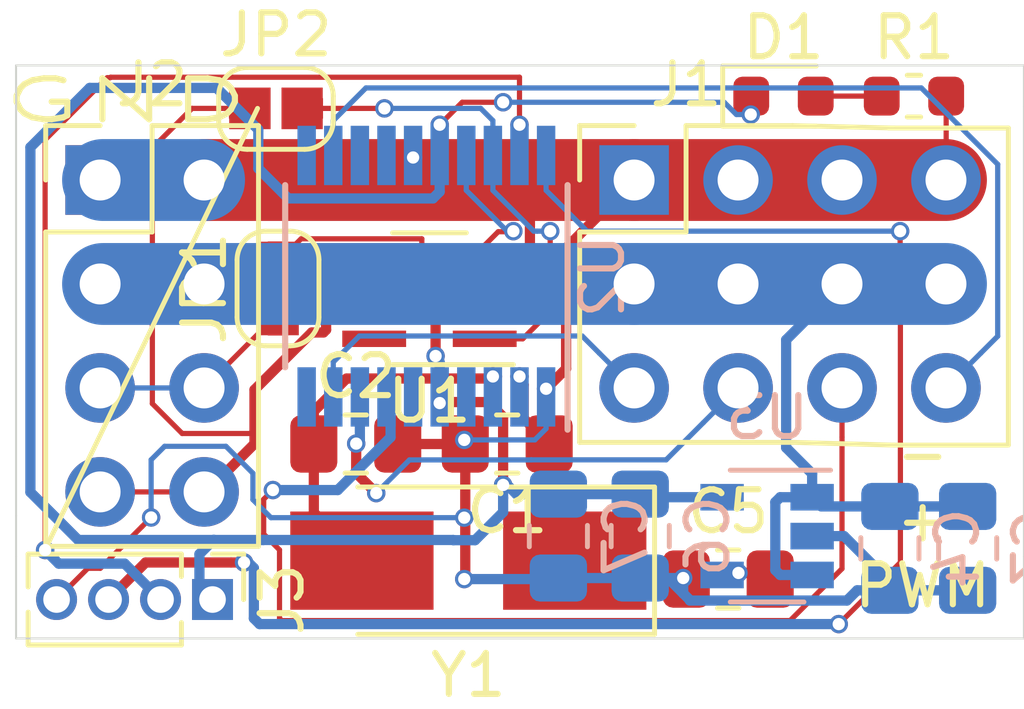
<source format=kicad_pcb>
(kicad_pcb (version 20171130) (host pcbnew "(5.1.4)-1")

  (general
    (thickness 1.6)
    (drawings 16)
    (tracks 268)
    (zones 0)
    (modules 18)
    (nets 26)
  )

  (page A4)
  (layers
    (0 F.Cu signal)
    (31 B.Cu signal)
    (32 B.Adhes user hide)
    (33 F.Adhes user hide)
    (34 B.Paste user hide)
    (35 F.Paste user hide)
    (36 B.SilkS user hide)
    (37 F.SilkS user)
    (38 B.Mask user hide)
    (39 F.Mask user)
    (40 Dwgs.User user hide)
    (41 Cmts.User user hide)
    (42 Eco1.User user hide)
    (43 Eco2.User user hide)
    (44 Edge.Cuts user)
    (45 Margin user hide)
    (46 B.CrtYd user hide)
    (47 F.CrtYd user hide)
    (48 B.Fab user hide)
    (49 F.Fab user hide)
  )

  (setup
    (last_trace_width 0.25)
    (user_trace_width 0.127)
    (user_trace_width 2)
    (trace_clearance 0.2)
    (zone_clearance 0.508)
    (zone_45_only no)
    (trace_min 0.127)
    (via_size 0.8)
    (via_drill 0.4)
    (via_min_size 0.4)
    (via_min_drill 0.3)
    (user_via 0.45 0.3)
    (uvia_size 0.3)
    (uvia_drill 0.1)
    (uvias_allowed no)
    (uvia_min_size 0.2)
    (uvia_min_drill 0.1)
    (edge_width 0.05)
    (segment_width 0.2)
    (pcb_text_width 0.3)
    (pcb_text_size 1.5 1.5)
    (mod_edge_width 0.12)
    (mod_text_size 1 1)
    (mod_text_width 0.15)
    (pad_size 1.524 1.524)
    (pad_drill 0.762)
    (pad_to_mask_clearance 0.051)
    (solder_mask_min_width 0.25)
    (aux_axis_origin 0 0)
    (visible_elements 7FFFFFFF)
    (pcbplotparams
      (layerselection 0x010fc_ffffffff)
      (usegerberextensions false)
      (usegerberattributes false)
      (usegerberadvancedattributes false)
      (creategerberjobfile false)
      (excludeedgelayer true)
      (linewidth 0.100000)
      (plotframeref false)
      (viasonmask false)
      (mode 1)
      (useauxorigin false)
      (hpglpennumber 1)
      (hpglpenspeed 20)
      (hpglpendiameter 15.000000)
      (psnegative false)
      (psa4output false)
      (plotreference true)
      (plotvalue true)
      (plotinvisibletext false)
      (padsonsilk false)
      (subtractmaskfromsilk false)
      (outputformat 1)
      (mirror false)
      (drillshape 0)
      (scaleselection 1)
      (outputdirectory "v3/"))
  )

  (net 0 "")
  (net 1 /Comms2)
  (net 2 /Comms1)
  (net 3 /P+)
  (net 4 /P-)
  (net 5 "Net-(C1-Pad1)")
  (net 6 "Net-(C2-Pad1)")
  (net 7 "Net-(C5-Pad2)")
  (net 8 /3v3)
  (net 9 /DCLK)
  (net 10 /DIO)
  (net 11 /pwm1)
  (net 12 /pwm2)
  (net 13 /pwm3)
  (net 14 /tx)
  (net 15 /rx)
  (net 16 "Net-(U1-Pad8)")
  (net 17 "Net-(U1-Pad5)")
  (net 18 "Net-(U2-Pad14)")
  (net 19 "Net-(U2-Pad13)")
  (net 20 "Net-(U2-Pad11)")
  (net 21 "Net-(U2-Pad10)")
  (net 22 "Net-(U2-Pad6)")
  (net 23 "Net-(U2-Pad4)")
  (net 24 "Net-(D1-Pad2)")
  (net 25 /pwm4)

  (net_class Default "This is the default net class."
    (clearance 0.2)
    (trace_width 0.25)
    (via_dia 0.8)
    (via_drill 0.4)
    (uvia_dia 0.3)
    (uvia_drill 0.1)
    (add_net /3v3)
    (add_net /Comms1)
    (add_net /Comms2)
    (add_net /DCLK)
    (add_net /DIO)
    (add_net /P+)
    (add_net /P-)
    (add_net /pwm1)
    (add_net /pwm2)
    (add_net /pwm3)
    (add_net /pwm4)
    (add_net /rx)
    (add_net /tx)
    (add_net "Net-(C1-Pad1)")
    (add_net "Net-(C2-Pad1)")
    (add_net "Net-(C5-Pad2)")
    (add_net "Net-(D1-Pad2)")
    (add_net "Net-(U1-Pad5)")
    (add_net "Net-(U1-Pad8)")
    (add_net "Net-(U2-Pad10)")
    (add_net "Net-(U2-Pad11)")
    (add_net "Net-(U2-Pad13)")
    (add_net "Net-(U2-Pad14)")
    (add_net "Net-(U2-Pad4)")
    (add_net "Net-(U2-Pad6)")
  )

  (module servoDriver:PinHeader_3x04_P2.54mm_Vertical (layer F.Cu) (tedit 5FBA077F) (tstamp 5FBAB23E)
    (at 91.85 53.8)
    (descr "Through hole straight pin header, 2x03, 2.54mm pitch, double rows")
    (tags "Through hole pin header THT 2x03 2.54mm double row")
    (path /5FDA81AB)
    (fp_text reference J1 (at 1.27 -2.33) (layer F.SilkS)
      (effects (font (size 1 1) (thickness 0.15)))
    )
    (fp_text value Conn_01x12 (at 1.27 7.41) (layer F.Fab)
      (effects (font (size 1 1) (thickness 0.15)))
    )
    (fp_line (start 9.144 6.477) (end 6.35 6.477) (layer F.SilkS) (width 0.12))
    (fp_line (start 9.144 -1.27) (end 6.223 -1.27) (layer F.SilkS) (width 0.12))
    (fp_line (start 6.35 -1.27) (end 8.89 -1.143) (layer B.CrtYd) (width 0.12))
    (fp_line (start 8.89 6.477) (end 6.223 6.35) (layer B.CrtYd) (width 0.12))
    (fp_line (start 9.398 6.977) (end 6.858 6.85) (layer F.CrtYd) (width 0.12))
    (fp_line (start 9.398 -1.673) (end 6.731 -1.778) (layer F.CrtYd) (width 0.12))
    (fp_line (start 6.858 6.85) (end 4.35 6.85) (layer F.CrtYd) (width 0.12))
    (fp_line (start 4.318 -1.778) (end 4.35 -1.8) (layer F.CrtYd) (width 0.12))
    (fp_line (start 6.858 -1.8) (end 4.318 -1.778) (layer F.CrtYd) (width 0.12))
    (fp_line (start 3.81 -1.27) (end 6.35 -1.27) (layer B.CrtYd) (width 0.12))
    (fp_line (start 3.81 6.35) (end 6.35 6.35) (layer B.CrtYd) (width 0.12))
    (fp_line (start 3.87 6.41) (end 6.35 6.477) (layer F.SilkS) (width 0.12))
    (fp_line (start 6.35 -1.27) (end 3.87 -1.33) (layer F.SilkS) (width 0.12))
    (fp_text user %R (at 3.81 2.54 90) (layer F.Fab)
      (effects (font (size 1 1) (thickness 0.15)))
    )
    (fp_text user %R (at 1.27 2.54 90) (layer F.Fab)
      (effects (font (size 1 1) (thickness 0.15)))
    )
    (fp_line (start 4.35 -1.8) (end -1.8 -1.8) (layer F.CrtYd) (width 0.05))
    (fp_line (start 9.398 6.977) (end 9.398 -1.673) (layer F.CrtYd) (width 0.05))
    (fp_line (start -1.8 6.85) (end 4.35 6.85) (layer F.CrtYd) (width 0.05))
    (fp_line (start -1.8 -1.8) (end -1.8 6.85) (layer F.CrtYd) (width 0.05))
    (fp_line (start -1.33 -1.33) (end 0 -1.33) (layer F.SilkS) (width 0.12))
    (fp_line (start -1.33 0) (end -1.33 -1.33) (layer F.SilkS) (width 0.12))
    (fp_line (start 1.27 -1.33) (end 3.87 -1.33) (layer F.SilkS) (width 0.12))
    (fp_line (start 1.27 1.27) (end 1.27 -1.33) (layer F.SilkS) (width 0.12))
    (fp_line (start -1.33 1.27) (end 1.27 1.27) (layer F.SilkS) (width 0.12))
    (fp_line (start 9.144 -1.27) (end 9.144 6.47) (layer F.SilkS) (width 0.12))
    (fp_line (start -1.33 1.27) (end -1.33 6.41) (layer F.SilkS) (width 0.12))
    (fp_line (start -1.33 6.41) (end 3.87 6.41) (layer F.SilkS) (width 0.12))
    (fp_line (start -1.27 0) (end 0 -1.27) (layer F.Fab) (width 0.1))
    (fp_line (start -1.27 6.35) (end -1.27 0) (layer F.Fab) (width 0.1))
    (fp_line (start 3.81 6.35) (end -1.27 6.35) (layer F.Fab) (width 0.1))
    (fp_line (start 8.89 -1.143) (end 8.89 6.477) (layer F.Fab) (width 0.1))
    (fp_line (start 0 -1.27) (end 3.81 -1.27) (layer F.Fab) (width 0.1))
    (pad 11 thru_hole oval (at 7.62 2.54) (size 1.7 1.7) (drill 1) (layers *.Cu *.Mask)
      (net 3 /P+))
    (pad 12 thru_hole oval (at 7.62 5.08) (size 1.7 1.7) (drill 1) (layers *.Cu *.Mask)
      (net 25 /pwm4))
    (pad 10 thru_hole oval (at 7.62 0) (size 1.7 1.7) (drill 1) (layers *.Cu *.Mask)
      (net 4 /P-))
    (pad 7 thru_hole oval (at 5.08 0) (size 1.7 1.7) (drill 1) (layers *.Cu *.Mask)
      (net 4 /P-))
    (pad 9 thru_hole oval (at 5.08 5.08) (size 1.7 1.7) (drill 1) (layers *.Cu *.Mask)
      (net 13 /pwm3))
    (pad 8 thru_hole oval (at 5.08 2.54) (size 1.7 1.7) (drill 1) (layers *.Cu *.Mask)
      (net 3 /P+))
    (pad 6 thru_hole oval (at 2.54 5.08) (size 1.7 1.7) (drill 1) (layers *.Cu *.Mask)
      (net 12 /pwm2))
    (pad 3 thru_hole oval (at 0 5.08) (size 1.7 1.7) (drill 1) (layers *.Cu *.Mask)
      (net 11 /pwm1))
    (pad 5 thru_hole oval (at 2.54 2.54) (size 1.7 1.7) (drill 1) (layers *.Cu *.Mask)
      (net 3 /P+))
    (pad 2 thru_hole oval (at 0 2.54) (size 1.7 1.7) (drill 1) (layers *.Cu *.Mask)
      (net 3 /P+))
    (pad 4 thru_hole oval (at 2.54 0) (size 1.7 1.7) (drill 1) (layers *.Cu *.Mask)
      (net 4 /P-))
    (pad 1 thru_hole rect (at 0 0) (size 1.7 1.7) (drill 1) (layers *.Cu *.Mask)
      (net 4 /P-))
    (model ${KISYS3DMOD}/Connector_PinHeader_2.54mm.3dshapes/PinHeader_2x03_P2.54mm_Vertical.wrl
      (at (xyz 0 0 0))
      (scale (xyz 1 1 1))
      (rotate (xyz 0 0 0))
    )
  )

  (module Resistor_SMD:R_0603_1608Metric (layer F.Cu) (tedit 5B301BBD) (tstamp 5FBAA81E)
    (at 98.6875 51.75)
    (descr "Resistor SMD 0603 (1608 Metric), square (rectangular) end terminal, IPC_7351 nominal, (Body size source: http://www.tortai-tech.com/upload/download/2011102023233369053.pdf), generated with kicad-footprint-generator")
    (tags resistor)
    (path /5FD84616)
    (attr smd)
    (fp_text reference R1 (at 0 -1.43) (layer F.SilkS)
      (effects (font (size 1 1) (thickness 0.15)))
    )
    (fp_text value R_Small (at 0 1.43) (layer F.Fab)
      (effects (font (size 1 1) (thickness 0.15)))
    )
    (fp_text user %R (at 0 0) (layer F.Fab)
      (effects (font (size 0.4 0.4) (thickness 0.06)))
    )
    (fp_line (start 1.48 0.73) (end -1.48 0.73) (layer F.CrtYd) (width 0.05))
    (fp_line (start 1.48 -0.73) (end 1.48 0.73) (layer F.CrtYd) (width 0.05))
    (fp_line (start -1.48 -0.73) (end 1.48 -0.73) (layer F.CrtYd) (width 0.05))
    (fp_line (start -1.48 0.73) (end -1.48 -0.73) (layer F.CrtYd) (width 0.05))
    (fp_line (start -0.162779 0.51) (end 0.162779 0.51) (layer F.SilkS) (width 0.12))
    (fp_line (start -0.162779 -0.51) (end 0.162779 -0.51) (layer F.SilkS) (width 0.12))
    (fp_line (start 0.8 0.4) (end -0.8 0.4) (layer F.Fab) (width 0.1))
    (fp_line (start 0.8 -0.4) (end 0.8 0.4) (layer F.Fab) (width 0.1))
    (fp_line (start -0.8 -0.4) (end 0.8 -0.4) (layer F.Fab) (width 0.1))
    (fp_line (start -0.8 0.4) (end -0.8 -0.4) (layer F.Fab) (width 0.1))
    (pad 2 smd roundrect (at 0.7875 0) (size 0.875 0.95) (layers F.Cu F.Paste F.Mask) (roundrect_rratio 0.25)
      (net 4 /P-))
    (pad 1 smd roundrect (at -0.7875 0) (size 0.875 0.95) (layers F.Cu F.Paste F.Mask) (roundrect_rratio 0.25)
      (net 24 "Net-(D1-Pad2)"))
    (model ${KISYS3DMOD}/Resistor_SMD.3dshapes/R_0603_1608Metric.wrl
      (at (xyz 0 0 0))
      (scale (xyz 1 1 1))
      (rotate (xyz 0 0 0))
    )
  )

  (module LED_SMD:LED_0603_1608Metric (layer F.Cu) (tedit 5B301BBE) (tstamp 5FBAA701)
    (at 95.5 51.75)
    (descr "LED SMD 0603 (1608 Metric), square (rectangular) end terminal, IPC_7351 nominal, (Body size source: http://www.tortai-tech.com/upload/download/2011102023233369053.pdf), generated with kicad-footprint-generator")
    (tags diode)
    (path /5FD5B8C2)
    (attr smd)
    (fp_text reference D1 (at 0 -1.43) (layer F.SilkS)
      (effects (font (size 1 1) (thickness 0.15)))
    )
    (fp_text value LED (at 0 1.43) (layer F.Fab)
      (effects (font (size 1 1) (thickness 0.15)))
    )
    (fp_text user %R (at 0 0) (layer F.Fab)
      (effects (font (size 0.4 0.4) (thickness 0.06)))
    )
    (fp_line (start 1.48 0.73) (end -1.48 0.73) (layer F.CrtYd) (width 0.05))
    (fp_line (start 1.48 -0.73) (end 1.48 0.73) (layer F.CrtYd) (width 0.05))
    (fp_line (start -1.48 -0.73) (end 1.48 -0.73) (layer F.CrtYd) (width 0.05))
    (fp_line (start -1.48 0.73) (end -1.48 -0.73) (layer F.CrtYd) (width 0.05))
    (fp_line (start -1.485 0.735) (end 0.8 0.735) (layer F.SilkS) (width 0.12))
    (fp_line (start -1.485 -0.735) (end -1.485 0.735) (layer F.SilkS) (width 0.12))
    (fp_line (start 0.8 -0.735) (end -1.485 -0.735) (layer F.SilkS) (width 0.12))
    (fp_line (start 0.8 0.4) (end 0.8 -0.4) (layer F.Fab) (width 0.1))
    (fp_line (start -0.8 0.4) (end 0.8 0.4) (layer F.Fab) (width 0.1))
    (fp_line (start -0.8 -0.1) (end -0.8 0.4) (layer F.Fab) (width 0.1))
    (fp_line (start -0.5 -0.4) (end -0.8 -0.1) (layer F.Fab) (width 0.1))
    (fp_line (start 0.8 -0.4) (end -0.5 -0.4) (layer F.Fab) (width 0.1))
    (pad 2 smd roundrect (at 0.7875 0) (size 0.875 0.95) (layers F.Cu F.Paste F.Mask) (roundrect_rratio 0.25)
      (net 24 "Net-(D1-Pad2)"))
    (pad 1 smd roundrect (at -0.7875 0) (size 0.875 0.95) (layers F.Cu F.Paste F.Mask) (roundrect_rratio 0.25)
      (net 8 /3v3))
    (model ${KISYS3DMOD}/LED_SMD.3dshapes/LED_0603_1608Metric.wrl
      (at (xyz 0 0 0))
      (scale (xyz 1 1 1))
      (rotate (xyz 0 0 0))
    )
  )

  (module Connector_PinHeader_2.54mm:PinHeader_2x04_P2.54mm_Vertical (layer F.Cu) (tedit 59FED5CC) (tstamp 5FBA505D)
    (at 78.8035 53.8)
    (descr "Through hole straight pin header, 2x04, 2.54mm pitch, double rows")
    (tags "Through hole pin header THT 2x04 2.54mm double row")
    (path /5FCB30D7)
    (fp_text reference J2 (at 1.27 -2.33) (layer F.SilkS)
      (effects (font (size 1 1) (thickness 0.15)))
    )
    (fp_text value Conn_02x04_Odd_Even (at 1.27 9.95) (layer F.Fab)
      (effects (font (size 1 1) (thickness 0.15)))
    )
    (fp_text user %R (at 1.27 3.81 90) (layer F.Fab)
      (effects (font (size 1 1) (thickness 0.15)))
    )
    (fp_line (start 4.35 -1.8) (end -1.8 -1.8) (layer F.CrtYd) (width 0.05))
    (fp_line (start 4.35 9.4) (end 4.35 -1.8) (layer F.CrtYd) (width 0.05))
    (fp_line (start -1.8 9.4) (end 4.35 9.4) (layer F.CrtYd) (width 0.05))
    (fp_line (start -1.8 -1.8) (end -1.8 9.4) (layer F.CrtYd) (width 0.05))
    (fp_line (start -1.33 -1.33) (end 0 -1.33) (layer F.SilkS) (width 0.12))
    (fp_line (start -1.33 0) (end -1.33 -1.33) (layer F.SilkS) (width 0.12))
    (fp_line (start 1.27 -1.33) (end 3.87 -1.33) (layer F.SilkS) (width 0.12))
    (fp_line (start 1.27 1.27) (end 1.27 -1.33) (layer F.SilkS) (width 0.12))
    (fp_line (start -1.33 1.27) (end 1.27 1.27) (layer F.SilkS) (width 0.12))
    (fp_line (start 3.87 -1.33) (end 3.87 8.95) (layer F.SilkS) (width 0.12))
    (fp_line (start -1.33 1.27) (end -1.33 8.95) (layer F.SilkS) (width 0.12))
    (fp_line (start -1.33 8.95) (end 3.87 8.95) (layer F.SilkS) (width 0.12))
    (fp_line (start -1.27 0) (end 0 -1.27) (layer F.Fab) (width 0.1))
    (fp_line (start -1.27 8.89) (end -1.27 0) (layer F.Fab) (width 0.1))
    (fp_line (start 3.81 8.89) (end -1.27 8.89) (layer F.Fab) (width 0.1))
    (fp_line (start 3.81 -1.27) (end 3.81 8.89) (layer F.Fab) (width 0.1))
    (fp_line (start 0 -1.27) (end 3.81 -1.27) (layer F.Fab) (width 0.1))
    (pad 8 thru_hole oval (at 2.54 7.62) (size 1.7 1.7) (drill 1) (layers *.Cu *.Mask)
      (net 1 /Comms2))
    (pad 7 thru_hole oval (at 0 7.62) (size 1.7 1.7) (drill 1) (layers *.Cu *.Mask)
      (net 1 /Comms2))
    (pad 6 thru_hole oval (at 2.54 5.08) (size 1.7 1.7) (drill 1) (layers *.Cu *.Mask)
      (net 2 /Comms1))
    (pad 5 thru_hole oval (at 0 5.08) (size 1.7 1.7) (drill 1) (layers *.Cu *.Mask)
      (net 2 /Comms1))
    (pad 4 thru_hole oval (at 2.54 2.54) (size 1.7 1.7) (drill 1) (layers *.Cu *.Mask)
      (net 3 /P+))
    (pad 3 thru_hole oval (at 0 2.54) (size 1.7 1.7) (drill 1) (layers *.Cu *.Mask)
      (net 3 /P+))
    (pad 2 thru_hole oval (at 2.54 0) (size 1.7 1.7) (drill 1) (layers *.Cu *.Mask)
      (net 4 /P-))
    (pad 1 thru_hole rect (at 0 0) (size 1.7 1.7) (drill 1) (layers *.Cu *.Mask)
      (net 4 /P-))
    (model ${KISYS3DMOD}/Connector_PinHeader_2.54mm.3dshapes/PinHeader_2x04_P2.54mm_Vertical.wrl
      (at (xyz 0 0 0))
      (scale (xyz 1 1 1))
      (rotate (xyz 0 0 0))
    )
  )

  (module servoDriver:SolderJumper-2_P1.3mm_Open_RoundedPad1.0x1.5mm (layer F.Cu) (tedit 5F2E46FF) (tstamp 5FBA94F5)
    (at 83.1 52.05)
    (descr "SMD Solder Jumper, 1x1.5mm, rounded Pads, 0.3mm gap, open")
    (tags "solder jumper open")
    (path /5EA53FF8)
    (attr virtual)
    (fp_text reference JP2 (at 0 -1.8) (layer F.SilkS)
      (effects (font (size 1 1) (thickness 0.15)))
    )
    (fp_text value SolderJumper_2_Open (at 0 1.9) (layer F.Fab)
      (effects (font (size 1 1) (thickness 0.15)))
    )
    (fp_circle (center -0.65 -0.25) (end -0.15 -0.25) (layer Dwgs.User) (width 0.1))
    (fp_circle (center -0.65 0.25) (end -0.15 0.25) (layer Dwgs.User) (width 0.1))
    (fp_circle (center 0.65 -0.25) (end 1.15 -0.25) (layer Dwgs.User) (width 0.1))
    (fp_circle (center 0.65 0.25) (end 1.15 0.25) (layer Dwgs.User) (width 0.1))
    (fp_arc (start 0.7 -0.3) (end 1.4 -0.3) (angle -90) (layer F.SilkS) (width 0.12))
    (fp_arc (start 0.7 0.3) (end 0.7 1) (angle -90) (layer F.SilkS) (width 0.12))
    (fp_arc (start -0.7 0.3) (end -1.4 0.3) (angle -90) (layer F.SilkS) (width 0.12))
    (fp_arc (start -0.7 -0.3) (end -0.7 -1) (angle -90) (layer F.SilkS) (width 0.12))
    (fp_line (start -1.4 0.3) (end -1.4 -0.3) (layer F.SilkS) (width 0.12))
    (fp_line (start 0.7 1) (end -0.7 1) (layer F.SilkS) (width 0.12))
    (fp_line (start 1.4 -0.3) (end 1.4 0.3) (layer F.SilkS) (width 0.12))
    (fp_line (start -0.7 -1) (end 0.7 -1) (layer F.SilkS) (width 0.12))
    (fp_line (start -1.65 -1.25) (end 1.65 -1.25) (layer F.CrtYd) (width 0.05))
    (fp_line (start -1.65 -1.25) (end -1.65 1.25) (layer F.CrtYd) (width 0.05))
    (fp_line (start 1.65 1.25) (end 1.65 -1.25) (layer F.CrtYd) (width 0.05))
    (fp_line (start 1.65 1.25) (end -1.65 1.25) (layer F.CrtYd) (width 0.05))
    (pad 1 smd custom (at -0.65 0) (size 1 0.5) (layers F.Cu F.Mask)
      (net 1 /Comms2) (zone_connect 2)
      (options (clearance outline) (anchor rect))
      (primitives
        (gr_poly (pts
           (xy -0.493 -0.508) (xy 0.519 -0.508) (xy 0.519 0.508) (xy -0.493 0.508)) (width 0))
      ))
    (pad 2 smd custom (at 0.65 0) (size 1 0.5) (layers F.Cu F.Mask)
      (net 14 /tx) (zone_connect 2)
      (options (clearance outline) (anchor rect))
      (primitives
        (gr_poly (pts
           (xy 0.493 -0.508) (xy -0.515 -0.508) (xy -0.515 0.508) (xy 0.493 0.508)) (width 0))
      ))
  )

  (module servoDriver:SolderJumper-2_P1.3mm_Open_RoundedPad1.0x1.5mm (layer F.Cu) (tedit 5F2E46FF) (tstamp 5E9AF9CE)
    (at 83.15 56.45 90)
    (descr "SMD Solder Jumper, 1x1.5mm, rounded Pads, 0.3mm gap, open")
    (tags "solder jumper open")
    (path /5EA52E19)
    (attr virtual)
    (fp_text reference JP1 (at 0 -1.8 90) (layer F.SilkS)
      (effects (font (size 1 1) (thickness 0.15)))
    )
    (fp_text value SolderJumper_2_Open (at 0 1.9 90) (layer F.Fab)
      (effects (font (size 1 1) (thickness 0.15)))
    )
    (fp_circle (center -0.65 -0.25) (end -0.15 -0.25) (layer Dwgs.User) (width 0.1))
    (fp_circle (center -0.65 0.25) (end -0.15 0.25) (layer Dwgs.User) (width 0.1))
    (fp_circle (center 0.65 -0.25) (end 1.15 -0.25) (layer Dwgs.User) (width 0.1))
    (fp_circle (center 0.65 0.25) (end 1.15 0.25) (layer Dwgs.User) (width 0.1))
    (fp_arc (start 0.7 -0.3) (end 1.4 -0.3) (angle -90) (layer F.SilkS) (width 0.12))
    (fp_arc (start 0.7 0.3) (end 0.7 1) (angle -90) (layer F.SilkS) (width 0.12))
    (fp_arc (start -0.7 0.3) (end -1.4 0.3) (angle -90) (layer F.SilkS) (width 0.12))
    (fp_arc (start -0.7 -0.3) (end -0.7 -1) (angle -90) (layer F.SilkS) (width 0.12))
    (fp_line (start -1.4 0.3) (end -1.4 -0.3) (layer F.SilkS) (width 0.12))
    (fp_line (start 0.7 1) (end -0.7 1) (layer F.SilkS) (width 0.12))
    (fp_line (start 1.4 -0.3) (end 1.4 0.3) (layer F.SilkS) (width 0.12))
    (fp_line (start -0.7 -1) (end 0.7 -1) (layer F.SilkS) (width 0.12))
    (fp_line (start -1.65 -1.25) (end 1.65 -1.25) (layer F.CrtYd) (width 0.05))
    (fp_line (start -1.65 -1.25) (end -1.65 1.25) (layer F.CrtYd) (width 0.05))
    (fp_line (start 1.65 1.25) (end 1.65 -1.25) (layer F.CrtYd) (width 0.05))
    (fp_line (start 1.65 1.25) (end -1.65 1.25) (layer F.CrtYd) (width 0.05))
    (pad 1 smd custom (at -0.65 0 90) (size 1 0.5) (layers F.Cu F.Mask)
      (net 2 /Comms1) (zone_connect 2)
      (options (clearance outline) (anchor rect))
      (primitives
        (gr_poly (pts
           (xy -0.493 -0.508) (xy 0.519 -0.508) (xy 0.519 0.508) (xy -0.493 0.508)) (width 0))
      ))
    (pad 2 smd custom (at 0.65 0 90) (size 1 0.5) (layers F.Cu F.Mask)
      (net 15 /rx) (zone_connect 2)
      (options (clearance outline) (anchor rect))
      (primitives
        (gr_poly (pts
           (xy 0.493 -0.508) (xy -0.515 -0.508) (xy -0.515 0.508) (xy 0.493 0.508)) (width 0))
      ))
  )

  (module Connector_PinHeader_1.27mm:PinHeader_1x04_P1.27mm_Vertical (layer F.Cu) (tedit 59FED6E3) (tstamp 5F1ACE00)
    (at 81.55 64.05 270)
    (descr "Through hole straight pin header, 1x04, 1.27mm pitch, single row")
    (tags "Through hole pin header THT 1x04 1.27mm single row")
    (path /5E9BFB26)
    (fp_text reference J3 (at 0 -1.695 90) (layer F.SilkS)
      (effects (font (size 1 1) (thickness 0.15)))
    )
    (fp_text value SWD (at 0 5.505 90) (layer F.Fab)
      (effects (font (size 1 1) (thickness 0.15)))
    )
    (fp_text user %R (at 0 1.905) (layer F.Fab)
      (effects (font (size 1 1) (thickness 0.15)))
    )
    (fp_line (start 1.55 -1.15) (end -1.55 -1.15) (layer F.CrtYd) (width 0.05))
    (fp_line (start 1.55 4.95) (end 1.55 -1.15) (layer F.CrtYd) (width 0.05))
    (fp_line (start -1.55 4.95) (end 1.55 4.95) (layer F.CrtYd) (width 0.05))
    (fp_line (start -1.55 -1.15) (end -1.55 4.95) (layer F.CrtYd) (width 0.05))
    (fp_line (start -1.11 -0.76) (end 0 -0.76) (layer F.SilkS) (width 0.12))
    (fp_line (start -1.11 0) (end -1.11 -0.76) (layer F.SilkS) (width 0.12))
    (fp_line (start 0.563471 0.76) (end 1.11 0.76) (layer F.SilkS) (width 0.12))
    (fp_line (start -1.11 0.76) (end -0.563471 0.76) (layer F.SilkS) (width 0.12))
    (fp_line (start 1.11 0.76) (end 1.11 4.505) (layer F.SilkS) (width 0.12))
    (fp_line (start -1.11 0.76) (end -1.11 4.505) (layer F.SilkS) (width 0.12))
    (fp_line (start 0.30753 4.505) (end 1.11 4.505) (layer F.SilkS) (width 0.12))
    (fp_line (start -1.11 4.505) (end -0.30753 4.505) (layer F.SilkS) (width 0.12))
    (fp_line (start -1.05 -0.11) (end -0.525 -0.635) (layer F.Fab) (width 0.1))
    (fp_line (start -1.05 4.445) (end -1.05 -0.11) (layer F.Fab) (width 0.1))
    (fp_line (start 1.05 4.445) (end -1.05 4.445) (layer F.Fab) (width 0.1))
    (fp_line (start 1.05 -0.635) (end 1.05 4.445) (layer F.Fab) (width 0.1))
    (fp_line (start -0.525 -0.635) (end 1.05 -0.635) (layer F.Fab) (width 0.1))
    (pad 4 thru_hole oval (at 0 3.81 270) (size 1 1) (drill 0.65) (layers *.Cu *.Mask)
      (net 4 /P-))
    (pad 3 thru_hole oval (at 0 2.54 270) (size 1 1) (drill 0.65) (layers *.Cu *.Mask)
      (net 9 /DCLK))
    (pad 2 thru_hole oval (at 0 1.27 270) (size 1 1) (drill 0.65) (layers *.Cu *.Mask)
      (net 10 /DIO))
    (pad 1 thru_hole rect (at 0 0 270) (size 1 1) (drill 0.65) (layers *.Cu *.Mask)
      (net 8 /3v3))
    (model ${KISYS3DMOD}/Connector_PinHeader_1.27mm.3dshapes/PinHeader_1x04_P1.27mm_Vertical.wrl
      (at (xyz 0 0 0))
      (scale (xyz 1 1 1))
      (rotate (xyz 0 0 0))
    )
  )

  (module Package_TO_SOT_SMD:SOT-23-8_Handsoldering (layer F.Cu) (tedit 5A0AB76C) (tstamp 5E9ABEF5)
    (at 86.85 56.7 180)
    (descr "8-pin SOT-23 package, Handsoldering, http://www.analog.com/media/en/package-pcb-resources/package/pkg_pdf/sot-23rj/rj_8.pdf")
    (tags "SOT-23-8 Handsoldering")
    (path /5EA077ED)
    (attr smd)
    (fp_text reference U1 (at 0 -2.5) (layer F.SilkS)
      (effects (font (size 1 1) (thickness 0.15)))
    )
    (fp_text value TCAN330 (at 0 2.5) (layer F.Fab)
      (effects (font (size 1 1) (thickness 0.15)))
    )
    (fp_line (start 0.9 -1.55) (end 0.9 1.55) (layer F.Fab) (width 0.1))
    (fp_line (start 0.9 1.55) (end -0.9 1.55) (layer F.Fab) (width 0.1))
    (fp_line (start -0.9 -0.9) (end -0.9 1.55) (layer F.Fab) (width 0.1))
    (fp_line (start 0.9 -1.55) (end -0.25 -1.55) (layer F.Fab) (width 0.1))
    (fp_line (start -0.9 -0.9) (end -0.25 -1.55) (layer F.Fab) (width 0.1))
    (fp_line (start -2.4 -1.8) (end 2.4 -1.8) (layer F.CrtYd) (width 0.05))
    (fp_line (start 2.4 -1.8) (end 2.4 1.8) (layer F.CrtYd) (width 0.05))
    (fp_line (start 2.4 1.8) (end -2.4 1.8) (layer F.CrtYd) (width 0.05))
    (fp_line (start -2.4 1.8) (end -2.4 -1.8) (layer F.CrtYd) (width 0.05))
    (fp_line (start 0.9 -1.61) (end -2.05 -1.61) (layer F.SilkS) (width 0.12))
    (fp_line (start -0.9 1.61) (end 0.9 1.61) (layer F.SilkS) (width 0.12))
    (fp_text user %R (at 0 0 90) (layer F.Fab)
      (effects (font (size 0.5 0.5) (thickness 0.075)))
    )
    (pad 8 smd rect (at 1.35 -0.98 180) (size 1.56 0.4) (layers F.Cu F.Paste F.Mask)
      (net 16 "Net-(U1-Pad8)"))
    (pad 7 smd rect (at 1.35 -0.33 180) (size 1.56 0.4) (layers F.Cu F.Paste F.Mask)
      (net 1 /Comms2))
    (pad 6 smd rect (at 1.35 0.33 180) (size 1.56 0.4) (layers F.Cu F.Paste F.Mask)
      (net 2 /Comms1))
    (pad 5 smd rect (at 1.35 0.98 180) (size 1.56 0.4) (layers F.Cu F.Paste F.Mask)
      (net 17 "Net-(U1-Pad5)"))
    (pad 4 smd rect (at -1.35 0.98 180) (size 1.56 0.4) (layers F.Cu F.Paste F.Mask)
      (net 15 /rx))
    (pad 3 smd rect (at -1.35 0.33 180) (size 1.56 0.4) (layers F.Cu F.Paste F.Mask)
      (net 8 /3v3))
    (pad 2 smd rect (at -1.35 -0.33 180) (size 1.56 0.4) (layers F.Cu F.Paste F.Mask)
      (net 4 /P-))
    (pad 1 smd rect (at -1.35 -0.98 180) (size 1.56 0.4) (layers F.Cu F.Paste F.Mask)
      (net 14 /tx))
    (model ${KISYS3DMOD}/Package_TO_SOT_SMD.3dshapes/SOT-23-8.wrl
      (at (xyz 0 0 0))
      (scale (xyz 1 1 1))
      (rotate (xyz 0 0 0))
    )
  )

  (module Crystal:Crystal_SMD_5032-2Pin_5.0x3.2mm_HandSoldering (layer F.Cu) (tedit 5A0FD1B2) (tstamp 5E9AA00A)
    (at 87.8 63.1 180)
    (descr "SMD Crystal SERIES SMD2520/2 http://www.icbase.com/File/PDF/HKC/HKC00061008.pdf, hand-soldering, 5.0x3.2mm^2 package")
    (tags "SMD SMT crystal hand-soldering")
    (path /5E9C5753)
    (attr smd)
    (fp_text reference Y1 (at 0 -2.8) (layer F.SilkS)
      (effects (font (size 1 1) (thickness 0.15)))
    )
    (fp_text value 8MHz (at 0 2.8) (layer F.Fab)
      (effects (font (size 1 1) (thickness 0.15)))
    )
    (fp_circle (center 0 0) (end 0.093333 0) (layer F.Adhes) (width 0.186667))
    (fp_circle (center 0 0) (end 0.213333 0) (layer F.Adhes) (width 0.133333))
    (fp_circle (center 0 0) (end 0.333333 0) (layer F.Adhes) (width 0.133333))
    (fp_circle (center 0 0) (end 0.4 0) (layer F.Adhes) (width 0.1))
    (fp_line (start 4.6 -1.9) (end -4.6 -1.9) (layer F.CrtYd) (width 0.05))
    (fp_line (start 4.6 1.9) (end 4.6 -1.9) (layer F.CrtYd) (width 0.05))
    (fp_line (start -4.6 1.9) (end 4.6 1.9) (layer F.CrtYd) (width 0.05))
    (fp_line (start -4.6 -1.9) (end -4.6 1.9) (layer F.CrtYd) (width 0.05))
    (fp_line (start -4.55 1.8) (end 2.7 1.8) (layer F.SilkS) (width 0.12))
    (fp_line (start -4.55 -1.8) (end -4.55 1.8) (layer F.SilkS) (width 0.12))
    (fp_line (start 2.7 -1.8) (end -4.55 -1.8) (layer F.SilkS) (width 0.12))
    (fp_line (start -2.5 0.6) (end -1.5 1.6) (layer F.Fab) (width 0.1))
    (fp_line (start -2.5 -1.4) (end -2.3 -1.6) (layer F.Fab) (width 0.1))
    (fp_line (start -2.5 1.4) (end -2.5 -1.4) (layer F.Fab) (width 0.1))
    (fp_line (start -2.3 1.6) (end -2.5 1.4) (layer F.Fab) (width 0.1))
    (fp_line (start 2.3 1.6) (end -2.3 1.6) (layer F.Fab) (width 0.1))
    (fp_line (start 2.5 1.4) (end 2.3 1.6) (layer F.Fab) (width 0.1))
    (fp_line (start 2.5 -1.4) (end 2.5 1.4) (layer F.Fab) (width 0.1))
    (fp_line (start 2.3 -1.6) (end 2.5 -1.4) (layer F.Fab) (width 0.1))
    (fp_line (start -2.3 -1.6) (end 2.3 -1.6) (layer F.Fab) (width 0.1))
    (fp_text user %R (at 0 0) (layer F.Fab)
      (effects (font (size 1 1) (thickness 0.15)))
    )
    (pad 2 smd rect (at 2.6 0 180) (size 3.5 2.4) (layers F.Cu F.Paste F.Mask)
      (net 6 "Net-(C2-Pad1)"))
    (pad 1 smd rect (at -2.6 0 180) (size 3.5 2.4) (layers F.Cu F.Paste F.Mask)
      (net 5 "Net-(C1-Pad1)"))
    (model ${KISYS3DMOD}/Crystal.3dshapes/Crystal_SMD_5032-2Pin_5.0x3.2mm_HandSoldering.wrl
      (at (xyz 0 0 0))
      (scale (xyz 1 1 1))
      (rotate (xyz 0 0 0))
    )
  )

  (module Package_TO_SOT_SMD:SOT-23-5 (layer B.Cu) (tedit 5A02FF57) (tstamp 5E9A9FEF)
    (at 95.1 62.5 180)
    (descr "5-pin SOT23 package")
    (tags SOT-23-5)
    (path /5E9CDF7E)
    (attr smd)
    (fp_text reference U3 (at 0 2.9) (layer B.SilkS)
      (effects (font (size 1 1) (thickness 0.15)) (justify mirror))
    )
    (fp_text value AP131-33 (at 0 -2.9) (layer B.Fab)
      (effects (font (size 1 1) (thickness 0.15)) (justify mirror))
    )
    (fp_line (start 0.9 1.55) (end 0.9 -1.55) (layer B.Fab) (width 0.1))
    (fp_line (start 0.9 -1.55) (end -0.9 -1.55) (layer B.Fab) (width 0.1))
    (fp_line (start -0.9 0.9) (end -0.9 -1.55) (layer B.Fab) (width 0.1))
    (fp_line (start 0.9 1.55) (end -0.25 1.55) (layer B.Fab) (width 0.1))
    (fp_line (start -0.9 0.9) (end -0.25 1.55) (layer B.Fab) (width 0.1))
    (fp_line (start -1.9 -1.8) (end -1.9 1.8) (layer B.CrtYd) (width 0.05))
    (fp_line (start 1.9 -1.8) (end -1.9 -1.8) (layer B.CrtYd) (width 0.05))
    (fp_line (start 1.9 1.8) (end 1.9 -1.8) (layer B.CrtYd) (width 0.05))
    (fp_line (start -1.9 1.8) (end 1.9 1.8) (layer B.CrtYd) (width 0.05))
    (fp_line (start 0.9 1.61) (end -1.55 1.61) (layer B.SilkS) (width 0.12))
    (fp_line (start -0.9 -1.61) (end 0.9 -1.61) (layer B.SilkS) (width 0.12))
    (fp_text user %R (at 0 0 270) (layer B.Fab)
      (effects (font (size 0.5 0.5) (thickness 0.075)) (justify mirror))
    )
    (pad 5 smd rect (at 1.1 0.95 180) (size 1.06 0.65) (layers B.Cu B.Paste B.Mask)
      (net 8 /3v3))
    (pad 4 smd rect (at 1.1 -0.95 180) (size 1.06 0.65) (layers B.Cu B.Paste B.Mask)
      (net 7 "Net-(C5-Pad2)"))
    (pad 3 smd rect (at -1.1 -0.95 180) (size 1.06 0.65) (layers B.Cu B.Paste B.Mask)
      (net 3 /P+))
    (pad 2 smd rect (at -1.1 0 180) (size 1.06 0.65) (layers B.Cu B.Paste B.Mask)
      (net 4 /P-))
    (pad 1 smd rect (at -1.1 0.95 180) (size 1.06 0.65) (layers B.Cu B.Paste B.Mask)
      (net 3 /P+))
    (model ${KISYS3DMOD}/Package_TO_SOT_SMD.3dshapes/SOT-23-5.wrl
      (at (xyz 0 0 0))
      (scale (xyz 1 1 1))
      (rotate (xyz 0 0 0))
    )
  )

  (module Capacitor_SMD:C_0805_2012Metric_Pad1.15x1.40mm_HandSolder (layer B.Cu) (tedit 5B36C52B) (tstamp 5E9A9E9C)
    (at 90 62.5 90)
    (descr "Capacitor SMD 0805 (2012 Metric), square (rectangular) end terminal, IPC_7351 nominal with elongated pad for handsoldering. (Body size source: https://docs.google.com/spreadsheets/d/1BsfQQcO9C6DZCsRaXUlFlo91Tg2WpOkGARC1WS5S8t0/edit?usp=sharing), generated with kicad-footprint-generator")
    (tags "capacitor handsolder")
    (path /5E9DF73D)
    (attr smd)
    (fp_text reference C7 (at 0 1.65 270) (layer B.SilkS)
      (effects (font (size 1 1) (thickness 0.15)) (justify mirror))
    )
    (fp_text value 100nF (at 0 -1.65 270) (layer B.Fab)
      (effects (font (size 1 1) (thickness 0.15)) (justify mirror))
    )
    (fp_text user %R (at 0 0 270) (layer B.Fab)
      (effects (font (size 0.5 0.5) (thickness 0.08)) (justify mirror))
    )
    (fp_line (start 1.85 -0.95) (end -1.85 -0.95) (layer B.CrtYd) (width 0.05))
    (fp_line (start 1.85 0.95) (end 1.85 -0.95) (layer B.CrtYd) (width 0.05))
    (fp_line (start -1.85 0.95) (end 1.85 0.95) (layer B.CrtYd) (width 0.05))
    (fp_line (start -1.85 -0.95) (end -1.85 0.95) (layer B.CrtYd) (width 0.05))
    (fp_line (start -0.261252 -0.71) (end 0.261252 -0.71) (layer B.SilkS) (width 0.12))
    (fp_line (start -0.261252 0.71) (end 0.261252 0.71) (layer B.SilkS) (width 0.12))
    (fp_line (start 1 -0.6) (end -1 -0.6) (layer B.Fab) (width 0.1))
    (fp_line (start 1 0.6) (end 1 -0.6) (layer B.Fab) (width 0.1))
    (fp_line (start -1 0.6) (end 1 0.6) (layer B.Fab) (width 0.1))
    (fp_line (start -1 -0.6) (end -1 0.6) (layer B.Fab) (width 0.1))
    (pad 2 smd roundrect (at 1.025 0 90) (size 1.15 1.4) (layers B.Cu B.Paste B.Mask) (roundrect_rratio 0.217391)
      (net 8 /3v3))
    (pad 1 smd roundrect (at -1.025 0 90) (size 1.15 1.4) (layers B.Cu B.Paste B.Mask) (roundrect_rratio 0.217391)
      (net 4 /P-))
    (model ${KISYS3DMOD}/Capacitor_SMD.3dshapes/C_0805_2012Metric.wrl
      (at (xyz 0 0 0))
      (scale (xyz 1 1 1))
      (rotate (xyz 0 0 0))
    )
  )

  (module Capacitor_SMD:C_0805_2012Metric_Pad1.15x1.40mm_HandSolder (layer B.Cu) (tedit 5B36C52B) (tstamp 5E9A9E8B)
    (at 92 62.5 90)
    (descr "Capacitor SMD 0805 (2012 Metric), square (rectangular) end terminal, IPC_7351 nominal with elongated pad for handsoldering. (Body size source: https://docs.google.com/spreadsheets/d/1BsfQQcO9C6DZCsRaXUlFlo91Tg2WpOkGARC1WS5S8t0/edit?usp=sharing), generated with kicad-footprint-generator")
    (tags "capacitor handsolder")
    (path /5E9DE461)
    (attr smd)
    (fp_text reference C6 (at 0 1.65 90) (layer B.SilkS)
      (effects (font (size 1 1) (thickness 0.15)) (justify mirror))
    )
    (fp_text value 10nF (at 0 -1.65 90) (layer B.Fab)
      (effects (font (size 1 1) (thickness 0.15)) (justify mirror))
    )
    (fp_text user %R (at 0 0 90) (layer B.Fab)
      (effects (font (size 0.5 0.5) (thickness 0.08)) (justify mirror))
    )
    (fp_line (start 1.85 -0.95) (end -1.85 -0.95) (layer B.CrtYd) (width 0.05))
    (fp_line (start 1.85 0.95) (end 1.85 -0.95) (layer B.CrtYd) (width 0.05))
    (fp_line (start -1.85 0.95) (end 1.85 0.95) (layer B.CrtYd) (width 0.05))
    (fp_line (start -1.85 -0.95) (end -1.85 0.95) (layer B.CrtYd) (width 0.05))
    (fp_line (start -0.261252 -0.71) (end 0.261252 -0.71) (layer B.SilkS) (width 0.12))
    (fp_line (start -0.261252 0.71) (end 0.261252 0.71) (layer B.SilkS) (width 0.12))
    (fp_line (start 1 -0.6) (end -1 -0.6) (layer B.Fab) (width 0.1))
    (fp_line (start 1 0.6) (end 1 -0.6) (layer B.Fab) (width 0.1))
    (fp_line (start -1 0.6) (end 1 0.6) (layer B.Fab) (width 0.1))
    (fp_line (start -1 -0.6) (end -1 0.6) (layer B.Fab) (width 0.1))
    (pad 2 smd roundrect (at 1.025 0 90) (size 1.15 1.4) (layers B.Cu B.Paste B.Mask) (roundrect_rratio 0.217391)
      (net 8 /3v3))
    (pad 1 smd roundrect (at -1.025 0 90) (size 1.15 1.4) (layers B.Cu B.Paste B.Mask) (roundrect_rratio 0.217391)
      (net 4 /P-))
    (model ${KISYS3DMOD}/Capacitor_SMD.3dshapes/C_0805_2012Metric.wrl
      (at (xyz 0 0 0))
      (scale (xyz 1 1 1))
      (rotate (xyz 0 0 0))
    )
  )

  (module Capacitor_SMD:C_0805_2012Metric_Pad1.15x1.40mm_HandSolder (layer F.Cu) (tedit 5B36C52B) (tstamp 5E9A9E7A)
    (at 94.15 63.55)
    (descr "Capacitor SMD 0805 (2012 Metric), square (rectangular) end terminal, IPC_7351 nominal with elongated pad for handsoldering. (Body size source: https://docs.google.com/spreadsheets/d/1BsfQQcO9C6DZCsRaXUlFlo91Tg2WpOkGARC1WS5S8t0/edit?usp=sharing), generated with kicad-footprint-generator")
    (tags "capacitor handsolder")
    (path /5E9DB1D8)
    (attr smd)
    (fp_text reference C5 (at 0 -1.65 -180) (layer F.SilkS)
      (effects (font (size 1 1) (thickness 0.15)))
    )
    (fp_text value 100nF (at 0 1.65 -180) (layer F.Fab)
      (effects (font (size 1 1) (thickness 0.15)))
    )
    (fp_text user %R (at 0 0 -180) (layer F.Fab)
      (effects (font (size 0.5 0.5) (thickness 0.08)))
    )
    (fp_line (start 1.85 0.95) (end -1.85 0.95) (layer F.CrtYd) (width 0.05))
    (fp_line (start 1.85 -0.95) (end 1.85 0.95) (layer F.CrtYd) (width 0.05))
    (fp_line (start -1.85 -0.95) (end 1.85 -0.95) (layer F.CrtYd) (width 0.05))
    (fp_line (start -1.85 0.95) (end -1.85 -0.95) (layer F.CrtYd) (width 0.05))
    (fp_line (start -0.261252 0.71) (end 0.261252 0.71) (layer F.SilkS) (width 0.12))
    (fp_line (start -0.261252 -0.71) (end 0.261252 -0.71) (layer F.SilkS) (width 0.12))
    (fp_line (start 1 0.6) (end -1 0.6) (layer F.Fab) (width 0.1))
    (fp_line (start 1 -0.6) (end 1 0.6) (layer F.Fab) (width 0.1))
    (fp_line (start -1 -0.6) (end 1 -0.6) (layer F.Fab) (width 0.1))
    (fp_line (start -1 0.6) (end -1 -0.6) (layer F.Fab) (width 0.1))
    (pad 2 smd roundrect (at 1.025 0) (size 1.15 1.4) (layers F.Cu F.Paste F.Mask) (roundrect_rratio 0.217391)
      (net 7 "Net-(C5-Pad2)"))
    (pad 1 smd roundrect (at -1.025 0) (size 1.15 1.4) (layers F.Cu F.Paste F.Mask) (roundrect_rratio 0.217391)
      (net 4 /P-))
    (model ${KISYS3DMOD}/Capacitor_SMD.3dshapes/C_0805_2012Metric.wrl
      (at (xyz 0 0 0))
      (scale (xyz 1 1 1))
      (rotate (xyz 0 0 0))
    )
  )

  (module Capacitor_SMD:C_0805_2012Metric_Pad1.15x1.40mm_HandSolder (layer B.Cu) (tedit 5B36C52B) (tstamp 5E9A9E69)
    (at 98.1 62.8 90)
    (descr "Capacitor SMD 0805 (2012 Metric), square (rectangular) end terminal, IPC_7351 nominal with elongated pad for handsoldering. (Body size source: https://docs.google.com/spreadsheets/d/1BsfQQcO9C6DZCsRaXUlFlo91Tg2WpOkGARC1WS5S8t0/edit?usp=sharing), generated with kicad-footprint-generator")
    (tags "capacitor handsolder")
    (path /5E9EF5BF)
    (attr smd)
    (fp_text reference C4 (at 0 1.65 270) (layer B.SilkS)
      (effects (font (size 1 1) (thickness 0.15)) (justify mirror))
    )
    (fp_text value 10nF (at 0 -1.65 270) (layer B.Fab)
      (effects (font (size 1 1) (thickness 0.15)) (justify mirror))
    )
    (fp_text user %R (at 0 0 270) (layer B.Fab)
      (effects (font (size 0.5 0.5) (thickness 0.08)) (justify mirror))
    )
    (fp_line (start 1.85 -0.95) (end -1.85 -0.95) (layer B.CrtYd) (width 0.05))
    (fp_line (start 1.85 0.95) (end 1.85 -0.95) (layer B.CrtYd) (width 0.05))
    (fp_line (start -1.85 0.95) (end 1.85 0.95) (layer B.CrtYd) (width 0.05))
    (fp_line (start -1.85 -0.95) (end -1.85 0.95) (layer B.CrtYd) (width 0.05))
    (fp_line (start -0.261252 -0.71) (end 0.261252 -0.71) (layer B.SilkS) (width 0.12))
    (fp_line (start -0.261252 0.71) (end 0.261252 0.71) (layer B.SilkS) (width 0.12))
    (fp_line (start 1 -0.6) (end -1 -0.6) (layer B.Fab) (width 0.1))
    (fp_line (start 1 0.6) (end 1 -0.6) (layer B.Fab) (width 0.1))
    (fp_line (start -1 0.6) (end 1 0.6) (layer B.Fab) (width 0.1))
    (fp_line (start -1 -0.6) (end -1 0.6) (layer B.Fab) (width 0.1))
    (pad 2 smd roundrect (at 1.025 0 90) (size 1.15 1.4) (layers B.Cu B.Paste B.Mask) (roundrect_rratio 0.217391)
      (net 3 /P+))
    (pad 1 smd roundrect (at -1.025 0 90) (size 1.15 1.4) (layers B.Cu B.Paste B.Mask) (roundrect_rratio 0.217391)
      (net 4 /P-))
    (model ${KISYS3DMOD}/Capacitor_SMD.3dshapes/C_0805_2012Metric.wrl
      (at (xyz 0 0 0))
      (scale (xyz 1 1 1))
      (rotate (xyz 0 0 0))
    )
  )

  (module Capacitor_SMD:C_0805_2012Metric_Pad1.15x1.40mm_HandSolder (layer B.Cu) (tedit 5B36C52B) (tstamp 5E9A9E58)
    (at 100 62.8 90)
    (descr "Capacitor SMD 0805 (2012 Metric), square (rectangular) end terminal, IPC_7351 nominal with elongated pad for handsoldering. (Body size source: https://docs.google.com/spreadsheets/d/1BsfQQcO9C6DZCsRaXUlFlo91Tg2WpOkGARC1WS5S8t0/edit?usp=sharing), generated with kicad-footprint-generator")
    (tags "capacitor handsolder")
    (path /5E9EFB59)
    (attr smd)
    (fp_text reference C3 (at 0 1.65 90) (layer B.SilkS)
      (effects (font (size 1 1) (thickness 0.15)) (justify mirror))
    )
    (fp_text value 100nF (at 0 -1.65 90) (layer B.Fab)
      (effects (font (size 1 1) (thickness 0.15)) (justify mirror))
    )
    (fp_text user %R (at 0 0 90) (layer B.Fab)
      (effects (font (size 0.5 0.5) (thickness 0.08)) (justify mirror))
    )
    (fp_line (start 1.85 -0.95) (end -1.85 -0.95) (layer B.CrtYd) (width 0.05))
    (fp_line (start 1.85 0.95) (end 1.85 -0.95) (layer B.CrtYd) (width 0.05))
    (fp_line (start -1.85 0.95) (end 1.85 0.95) (layer B.CrtYd) (width 0.05))
    (fp_line (start -1.85 -0.95) (end -1.85 0.95) (layer B.CrtYd) (width 0.05))
    (fp_line (start -0.261252 -0.71) (end 0.261252 -0.71) (layer B.SilkS) (width 0.12))
    (fp_line (start -0.261252 0.71) (end 0.261252 0.71) (layer B.SilkS) (width 0.12))
    (fp_line (start 1 -0.6) (end -1 -0.6) (layer B.Fab) (width 0.1))
    (fp_line (start 1 0.6) (end 1 -0.6) (layer B.Fab) (width 0.1))
    (fp_line (start -1 0.6) (end 1 0.6) (layer B.Fab) (width 0.1))
    (fp_line (start -1 -0.6) (end -1 0.6) (layer B.Fab) (width 0.1))
    (pad 2 smd roundrect (at 1.025 0 90) (size 1.15 1.4) (layers B.Cu B.Paste B.Mask) (roundrect_rratio 0.217391)
      (net 3 /P+))
    (pad 1 smd roundrect (at -1.025 0 90) (size 1.15 1.4) (layers B.Cu B.Paste B.Mask) (roundrect_rratio 0.217391)
      (net 4 /P-))
    (model ${KISYS3DMOD}/Capacitor_SMD.3dshapes/C_0805_2012Metric.wrl
      (at (xyz 0 0 0))
      (scale (xyz 1 1 1))
      (rotate (xyz 0 0 0))
    )
  )

  (module Capacitor_SMD:C_0805_2012Metric_Pad1.15x1.40mm_HandSolder (layer F.Cu) (tedit 5B36C52B) (tstamp 5E9A9E47)
    (at 85.05 60.25)
    (descr "Capacitor SMD 0805 (2012 Metric), square (rectangular) end terminal, IPC_7351 nominal with elongated pad for handsoldering. (Body size source: https://docs.google.com/spreadsheets/d/1BsfQQcO9C6DZCsRaXUlFlo91Tg2WpOkGARC1WS5S8t0/edit?usp=sharing), generated with kicad-footprint-generator")
    (tags "capacitor handsolder")
    (path /5E9CA48C)
    (attr smd)
    (fp_text reference C2 (at 0 -1.65) (layer F.SilkS)
      (effects (font (size 1 1) (thickness 0.15)))
    )
    (fp_text value 20pF (at 0 1.65) (layer F.Fab)
      (effects (font (size 1 1) (thickness 0.15)))
    )
    (fp_text user %R (at 0 0) (layer F.Fab)
      (effects (font (size 0.5 0.5) (thickness 0.08)))
    )
    (fp_line (start 1.85 0.95) (end -1.85 0.95) (layer F.CrtYd) (width 0.05))
    (fp_line (start 1.85 -0.95) (end 1.85 0.95) (layer F.CrtYd) (width 0.05))
    (fp_line (start -1.85 -0.95) (end 1.85 -0.95) (layer F.CrtYd) (width 0.05))
    (fp_line (start -1.85 0.95) (end -1.85 -0.95) (layer F.CrtYd) (width 0.05))
    (fp_line (start -0.261252 0.71) (end 0.261252 0.71) (layer F.SilkS) (width 0.12))
    (fp_line (start -0.261252 -0.71) (end 0.261252 -0.71) (layer F.SilkS) (width 0.12))
    (fp_line (start 1 0.6) (end -1 0.6) (layer F.Fab) (width 0.1))
    (fp_line (start 1 -0.6) (end 1 0.6) (layer F.Fab) (width 0.1))
    (fp_line (start -1 -0.6) (end 1 -0.6) (layer F.Fab) (width 0.1))
    (fp_line (start -1 0.6) (end -1 -0.6) (layer F.Fab) (width 0.1))
    (pad 2 smd roundrect (at 1.025 0) (size 1.15 1.4) (layers F.Cu F.Paste F.Mask) (roundrect_rratio 0.217391)
      (net 4 /P-))
    (pad 1 smd roundrect (at -1.025 0) (size 1.15 1.4) (layers F.Cu F.Paste F.Mask) (roundrect_rratio 0.217391)
      (net 6 "Net-(C2-Pad1)"))
    (model ${KISYS3DMOD}/Capacitor_SMD.3dshapes/C_0805_2012Metric.wrl
      (at (xyz 0 0 0))
      (scale (xyz 1 1 1))
      (rotate (xyz 0 0 0))
    )
  )

  (module Capacitor_SMD:C_0805_2012Metric_Pad1.15x1.40mm_HandSolder (layer F.Cu) (tedit 5B36C52B) (tstamp 5E9A9E36)
    (at 88.75 60.25 180)
    (descr "Capacitor SMD 0805 (2012 Metric), square (rectangular) end terminal, IPC_7351 nominal with elongated pad for handsoldering. (Body size source: https://docs.google.com/spreadsheets/d/1BsfQQcO9C6DZCsRaXUlFlo91Tg2WpOkGARC1WS5S8t0/edit?usp=sharing), generated with kicad-footprint-generator")
    (tags "capacitor handsolder")
    (path /5E9C8C76)
    (attr smd)
    (fp_text reference C1 (at 0 -1.65) (layer F.SilkS)
      (effects (font (size 1 1) (thickness 0.15)))
    )
    (fp_text value 20pF (at 0 1.65) (layer F.Fab)
      (effects (font (size 1 1) (thickness 0.15)))
    )
    (fp_text user %R (at 0 0) (layer F.Fab)
      (effects (font (size 0.5 0.5) (thickness 0.08)))
    )
    (fp_line (start 1.85 0.95) (end -1.85 0.95) (layer F.CrtYd) (width 0.05))
    (fp_line (start 1.85 -0.95) (end 1.85 0.95) (layer F.CrtYd) (width 0.05))
    (fp_line (start -1.85 -0.95) (end 1.85 -0.95) (layer F.CrtYd) (width 0.05))
    (fp_line (start -1.85 0.95) (end -1.85 -0.95) (layer F.CrtYd) (width 0.05))
    (fp_line (start -0.261252 0.71) (end 0.261252 0.71) (layer F.SilkS) (width 0.12))
    (fp_line (start -0.261252 -0.71) (end 0.261252 -0.71) (layer F.SilkS) (width 0.12))
    (fp_line (start 1 0.6) (end -1 0.6) (layer F.Fab) (width 0.1))
    (fp_line (start 1 -0.6) (end 1 0.6) (layer F.Fab) (width 0.1))
    (fp_line (start -1 -0.6) (end 1 -0.6) (layer F.Fab) (width 0.1))
    (fp_line (start -1 0.6) (end -1 -0.6) (layer F.Fab) (width 0.1))
    (pad 2 smd roundrect (at 1.025 0 180) (size 1.15 1.4) (layers F.Cu F.Paste F.Mask) (roundrect_rratio 0.217391)
      (net 4 /P-))
    (pad 1 smd roundrect (at -1.025 0 180) (size 1.15 1.4) (layers F.Cu F.Paste F.Mask) (roundrect_rratio 0.217391)
      (net 5 "Net-(C1-Pad1)"))
    (model ${KISYS3DMOD}/Capacitor_SMD.3dshapes/C_0805_2012Metric.wrl
      (at (xyz 0 0 0))
      (scale (xyz 1 1 1))
      (rotate (xyz 0 0 0))
    )
  )

  (module Package_SO:TSSOP-20_4.4x6.5mm_P0.65mm (layer B.Cu) (tedit 5A02F25C) (tstamp 5E9A8BF6)
    (at 86.775 56.15 90)
    (descr "20-Lead Plastic Thin Shrink Small Outline (ST)-4.4 mm Body [TSSOP] (see Microchip Packaging Specification 00000049BS.pdf)")
    (tags "SSOP 0.65")
    (path /5E9A8AF7)
    (attr smd)
    (fp_text reference U2 (at 0 4.3 90) (layer B.SilkS)
      (effects (font (size 1 1) (thickness 0.15)) (justify mirror))
    )
    (fp_text value STM32F042F6Px (at 0 -4.3 90) (layer B.Fab)
      (effects (font (size 1 1) (thickness 0.15)) (justify mirror))
    )
    (fp_text user %R (at 0 0 90) (layer B.Fab)
      (effects (font (size 0.8 0.8) (thickness 0.15)) (justify mirror))
    )
    (fp_line (start -3.75 3.45) (end 2.225 3.45) (layer B.SilkS) (width 0.15))
    (fp_line (start -2.225 -3.45) (end 2.225 -3.45) (layer B.SilkS) (width 0.15))
    (fp_line (start -3.95 -3.55) (end 3.95 -3.55) (layer B.CrtYd) (width 0.05))
    (fp_line (start -3.95 3.55) (end 3.95 3.55) (layer B.CrtYd) (width 0.05))
    (fp_line (start 3.95 3.55) (end 3.95 -3.55) (layer B.CrtYd) (width 0.05))
    (fp_line (start -3.95 3.55) (end -3.95 -3.55) (layer B.CrtYd) (width 0.05))
    (fp_line (start -2.2 2.25) (end -1.2 3.25) (layer B.Fab) (width 0.15))
    (fp_line (start -2.2 -3.25) (end -2.2 2.25) (layer B.Fab) (width 0.15))
    (fp_line (start 2.2 -3.25) (end -2.2 -3.25) (layer B.Fab) (width 0.15))
    (fp_line (start 2.2 3.25) (end 2.2 -3.25) (layer B.Fab) (width 0.15))
    (fp_line (start -1.2 3.25) (end 2.2 3.25) (layer B.Fab) (width 0.15))
    (pad 20 smd rect (at 2.95 2.925 90) (size 1.45 0.45) (layers B.Cu B.Paste B.Mask)
      (net 9 /DCLK))
    (pad 19 smd rect (at 2.95 2.275 90) (size 1.45 0.45) (layers B.Cu B.Paste B.Mask)
      (net 10 /DIO))
    (pad 18 smd rect (at 2.95 1.625 90) (size 1.45 0.45) (layers B.Cu B.Paste B.Mask)
      (net 14 /tx))
    (pad 17 smd rect (at 2.95 0.975 90) (size 1.45 0.45) (layers B.Cu B.Paste B.Mask)
      (net 15 /rx))
    (pad 16 smd rect (at 2.95 0.325 90) (size 1.45 0.45) (layers B.Cu B.Paste B.Mask)
      (net 8 /3v3))
    (pad 15 smd rect (at 2.95 -0.325 90) (size 1.45 0.45) (layers B.Cu B.Paste B.Mask)
      (net 4 /P-))
    (pad 14 smd rect (at 2.95 -0.975 90) (size 1.45 0.45) (layers B.Cu B.Paste B.Mask)
      (net 18 "Net-(U2-Pad14)"))
    (pad 13 smd rect (at 2.95 -1.625 90) (size 1.45 0.45) (layers B.Cu B.Paste B.Mask)
      (net 19 "Net-(U2-Pad13)"))
    (pad 12 smd rect (at 2.95 -2.275 90) (size 1.45 0.45) (layers B.Cu B.Paste B.Mask)
      (net 25 /pwm4))
    (pad 11 smd rect (at 2.95 -2.925 90) (size 1.45 0.45) (layers B.Cu B.Paste B.Mask)
      (net 20 "Net-(U2-Pad11)"))
    (pad 10 smd rect (at -2.95 -2.925 90) (size 1.45 0.45) (layers B.Cu B.Paste B.Mask)
      (net 21 "Net-(U2-Pad10)"))
    (pad 9 smd rect (at -2.95 -2.275 90) (size 1.45 0.45) (layers B.Cu B.Paste B.Mask)
      (net 11 /pwm1))
    (pad 8 smd rect (at -2.95 -1.625 90) (size 1.45 0.45) (layers B.Cu B.Paste B.Mask)
      (net 12 /pwm2))
    (pad 7 smd rect (at -2.95 -0.975 90) (size 1.45 0.45) (layers B.Cu B.Paste B.Mask)
      (net 13 /pwm3))
    (pad 6 smd rect (at -2.95 -0.325 90) (size 1.45 0.45) (layers B.Cu B.Paste B.Mask)
      (net 22 "Net-(U2-Pad6)"))
    (pad 5 smd rect (at -2.95 0.325 90) (size 1.45 0.45) (layers B.Cu B.Paste B.Mask)
      (net 8 /3v3))
    (pad 4 smd rect (at -2.95 0.975 90) (size 1.45 0.45) (layers B.Cu B.Paste B.Mask)
      (net 23 "Net-(U2-Pad4)"))
    (pad 3 smd rect (at -2.95 1.625 90) (size 1.45 0.45) (layers B.Cu B.Paste B.Mask)
      (net 6 "Net-(C2-Pad1)"))
    (pad 2 smd rect (at -2.95 2.275 90) (size 1.45 0.45) (layers B.Cu B.Paste B.Mask)
      (net 5 "Net-(C1-Pad1)"))
    (pad 1 smd rect (at -2.95 2.925 90) (size 1.45 0.45) (layers B.Cu B.Paste B.Mask)
      (net 4 /P-))
    (model ${KISYS3DMOD}/Package_SO.3dshapes/TSSOP-20_4.4x6.5mm_P0.65mm.wrl
      (at (xyz 0 0 0))
      (scale (xyz 1 1 1))
      (rotate (xyz 0 0 0))
    )
  )

  (gr_text "-\n+\nPWM" (at 98.9 62.1) (layer F.SilkS)
    (effects (font (size 1 1) (thickness 0.15)))
  )
  (gr_line (start 77.45 62.85) (end 82.65 52.05) (layer F.SilkS) (width 0.12))
  (gr_line (start 77.5 62.8) (end 77.45 62.85) (layer F.SilkS) (width 0.12))
  (gr_poly (pts (xy 85.11 53.71) (xy 85.86 53.09) (xy 87.26 53.05) (xy 87.82 53.62) (xy 87.42 54.33) (xy 85.94 54.38) (xy 85.07 53.72)) (layer F.Mask) (width 0.1))
  (gr_text GND (at 79.43 51.86) (layer F.SilkS)
    (effects (font (size 1 2) (thickness 0.15)))
  )
  (gr_line (start 101 51) (end 101 51) (layer Edge.Cuts) (width 0.05) (tstamp 5F2E3AD3))
  (gr_line (start 76.75 52) (end 76.75 51) (layer Edge.Cuts) (width 0.05) (tstamp 5E9AD840))
  (gr_line (start 101.375 52) (end 101.375 51) (layer Edge.Cuts) (width 0.05) (tstamp 5E9AD83F))
  (gr_line (start 101.375 65) (end 101.375 63) (layer Edge.Cuts) (width 0.05) (tstamp 5F2E3AE0))
  (gr_line (start 76.75 63) (end 76.75 65) (layer Edge.Cuts) (width 0.05) (tstamp 5E9AA193))
  (gr_line (start 101.375 62) (end 101.375 63) (layer Edge.Cuts) (width 0.05) (tstamp 5E9AA133))
  (gr_line (start 76.75 62) (end 76.75 63) (layer Edge.Cuts) (width 0.05) (tstamp 5E9AA132))
  (gr_line (start 76.75 62) (end 76.75 52) (layer Edge.Cuts) (width 0.05) (tstamp 5FBAAA01))
  (gr_line (start 101.375 65) (end 76.75 65) (layer Edge.Cuts) (width 0.05))
  (gr_line (start 101.375 52) (end 101.375 62) (layer Edge.Cuts) (width 0.05))
  (gr_line (start 76.75 51) (end 101.375 51) (layer Edge.Cuts) (width 0.05) (tstamp 5F2E3ACE))

  (segment (start 84.325001 57.174999) (end 84.47 57.03) (width 0.25) (layer F.Cu) (net 1))
  (segment (start 81.4 61.42) (end 82.575001 60.244999) (width 0.25) (layer F.Cu) (net 1))
  (segment (start 84.47 57.03) (end 85.5 57.03) (width 0.25) (layer F.Cu) (net 1))
  (segment (start 82.575001 58.924999) (end 83.974999 57.525001) (width 0.25) (layer F.Cu) (net 1))
  (segment (start 83.974999 57.525001) (end 84.260001 57.525001) (width 0.25) (layer F.Cu) (net 1))
  (segment (start 84.260001 57.525001) (end 84.325001 57.460001) (width 0.25) (layer F.Cu) (net 1))
  (segment (start 84.325001 57.460001) (end 84.325001 57.174999) (width 0.25) (layer F.Cu) (net 1))
  (segment (start 81.3435 61.42) (end 78.8035 61.42) (width 0.127) (layer F.Cu) (net 1))
  (segment (start 82.506499 59.993501) (end 82.575001 59.924999) (width 0.127) (layer F.Cu) (net 1))
  (segment (start 80.809019 59.993501) (end 82.506499 59.993501) (width 0.127) (layer F.Cu) (net 1))
  (segment (start 80.07999 59.264472) (end 80.809019 59.993501) (width 0.127) (layer F.Cu) (net 1))
  (segment (start 80.07999 53.02001) (end 80.07999 59.264472) (width 0.127) (layer F.Cu) (net 1))
  (segment (start 82.575001 60.244999) (end 82.575001 59.924999) (width 0.25) (layer F.Cu) (net 1))
  (segment (start 82.575001 59.924999) (end 82.575001 58.924999) (width 0.25) (layer F.Cu) (net 1))
  (segment (start 81.05 52.05) (end 80.07999 53.02001) (width 0.127) (layer F.Cu) (net 1))
  (segment (start 82.45 52.05) (end 81.05 52.05) (width 0.127) (layer F.Cu) (net 1))
  (segment (start 81.4 58.55) (end 81.4 58.88) (width 0.25) (layer F.Cu) (net 2))
  (segment (start 83.1235 57.1) (end 83.15 57.1) (width 0.127) (layer F.Cu) (net 2))
  (segment (start 81.3435 58.88) (end 83.1235 57.1) (width 0.127) (layer F.Cu) (net 2))
  (segment (start 84.580564 56.37) (end 85.5 56.37) (width 0.127) (layer F.Cu) (net 2))
  (segment (start 83.15 57.1) (end 83.850564 57.1) (width 0.127) (layer F.Cu) (net 2))
  (segment (start 83.850564 57.1) (end 84.580564 56.37) (width 0.127) (layer F.Cu) (net 2))
  (segment (start 81.3435 58.88) (end 78.8035 58.88) (width 0.127) (layer B.Cu) (net 2))
  (segment (start 95.42 61.55) (end 95.3 61.67) (width 0.25) (layer B.Cu) (net 3))
  (segment (start 96.2 61.55) (end 95.42 61.55) (width 0.25) (layer B.Cu) (net 3))
  (segment (start 95.42 63.45) (end 96.2 63.45) (width 0.25) (layer B.Cu) (net 3))
  (segment (start 95.3 63.33) (end 95.42 63.45) (width 0.25) (layer B.Cu) (net 3))
  (segment (start 95.3 61.67) (end 95.3 63.33) (width 0.25) (layer B.Cu) (net 3))
  (segment (start 96.425 61.775) (end 96.2 61.55) (width 0.25) (layer B.Cu) (net 3))
  (segment (start 98.1 61.775) (end 96.425 61.775) (width 0.25) (layer B.Cu) (net 3))
  (segment (start 100 61.775) (end 98.1 61.775) (width 0.25) (layer B.Cu) (net 3))
  (segment (start 91.85 56.34) (end 81.3435 56.34) (width 2) (layer B.Cu) (net 3))
  (segment (start 91.85 56.34) (end 99.47 56.34) (width 2) (layer B.Cu) (net 3))
  (segment (start 96.2 60.975) (end 96.2 61.55) (width 0.25) (layer B.Cu) (net 3))
  (segment (start 95.565001 60.340001) (end 96.2 60.975) (width 0.25) (layer B.Cu) (net 3))
  (segment (start 95.565001 57.704999) (end 95.565001 60.340001) (width 0.25) (layer B.Cu) (net 3))
  (segment (start 96.93 56.34) (end 95.565001 57.704999) (width 0.25) (layer B.Cu) (net 3))
  (segment (start 81.3435 56.34) (end 78.87501 56.34) (width 2) (layer B.Cu) (net 3))
  (via (at 87.7 62.05) (size 0.45) (drill 0.3) (layers F.Cu B.Cu) (net 4) (tstamp 5FBA9520))
  (via (at 89.7 58.9) (size 0.45) (drill 0.3) (layers F.Cu B.Cu) (net 4))
  (via (at 87.7 60.15) (size 0.45) (drill 0.3) (layers F.Cu B.Cu) (net 4))
  (via (at 86.45 53.25) (size 0.45) (drill 0.3) (layers F.Cu B.Cu) (net 4))
  (segment (start 100 63.825) (end 100 63.825) (width 0.25) (layer B.Cu) (net 4))
  (segment (start 81.40228 53.80228) (end 81.4 53.8) (width 2) (layer F.Cu) (net 4))
  (segment (start 98.1 63.62) (end 98.1 63.825) (width 0.25) (layer B.Cu) (net 4))
  (segment (start 96.98 62.5) (end 98.1 63.62) (width 0.25) (layer B.Cu) (net 4))
  (segment (start 96.2 62.5) (end 96.98 62.5) (width 0.25) (layer B.Cu) (net 4))
  (segment (start 92 63.525) (end 90 63.525) (width 0.25) (layer B.Cu) (net 4))
  (segment (start 92 63.525) (end 92 63.525) (width 0.25) (layer B.Cu) (net 4) (tstamp 5E9AB3F9))
  (via (at 93.05 63.525) (size 0.45) (drill 0.3) (layers F.Cu B.Cu) (net 4))
  (segment (start 87.725 60.25) (end 86.075 60.25) (width 0.25) (layer F.Cu) (net 4))
  (segment (start 100 63.825) (end 98.1 63.825) (width 0.25) (layer B.Cu) (net 4) (tstamp 5E9AB5AD))
  (segment (start 77.9 64.35) (end 77.9 63.74896) (width 0.25) (layer B.Cu) (net 4))
  (segment (start 89.7 59.874302) (end 89.424302 60.15) (width 0.127) (layer B.Cu) (net 4))
  (segment (start 89.7 59.1) (end 89.7 59.874302) (width 0.127) (layer B.Cu) (net 4))
  (segment (start 89.424302 60.15) (end 87.7 60.15) (width 0.127) (layer B.Cu) (net 4))
  (segment (start 92.675 63.525) (end 92 63.525) (width 0.25) (layer B.Cu) (net 4))
  (segment (start 93.05 63.525) (end 92.675 63.525) (width 0.25) (layer B.Cu) (net 4))
  (segment (start 97.05 64.075) (end 93.209998 64.075) (width 0.25) (layer B.Cu) (net 4))
  (segment (start 97.3 63.825) (end 97.05 64.075) (width 0.25) (layer B.Cu) (net 4))
  (segment (start 98.1 63.825) (end 97.3 63.825) (width 0.25) (layer B.Cu) (net 4))
  (segment (start 93.05 63.6) (end 93.05 63.9) (width 0.25) (layer B.Cu) (net 4))
  (segment (start 93.05 63.525) (end 93.05 63.6) (width 0.25) (layer B.Cu) (net 4))
  (segment (start 93.209998 64.059998) (end 93.05 63.9) (width 0.25) (layer B.Cu) (net 4))
  (segment (start 93.05 63.9) (end 92.675 63.525) (width 0.25) (layer B.Cu) (net 4))
  (segment (start 77.74 63.81) (end 77.74 64.05) (width 0.25) (layer F.Cu) (net 4))
  (segment (start 89.305001 54.655001) (end 88.45 53.8) (width 0.25) (layer F.Cu) (net 4))
  (segment (start 89.305001 56.954999) (end 89.305001 54.655001) (width 0.25) (layer F.Cu) (net 4))
  (segment (start 89.23 57.03) (end 89.305001 56.954999) (width 0.25) (layer F.Cu) (net 4))
  (segment (start 88.2 57.03) (end 89.23 57.03) (width 0.25) (layer F.Cu) (net 4))
  (segment (start 91.85 53.8) (end 88.45 53.8) (width 2) (layer F.Cu) (net 4))
  (segment (start 88.45 53.8) (end 81.3435 53.8) (width 2) (layer F.Cu) (net 4))
  (segment (start 78.503501 63.286499) (end 78.808492 63.286499) (width 0.127) (layer F.Cu) (net 4))
  (segment (start 78.808492 63.286499) (end 79.825001 62.26999) (width 0.127) (layer F.Cu) (net 4))
  (segment (start 79.825001 62.26999) (end 80.05 62.044991) (width 0.127) (layer F.Cu) (net 4))
  (segment (start 77.74 64.05) (end 78.503501 63.286499) (width 0.127) (layer F.Cu) (net 4))
  (via (at 80.05 62.044991) (size 0.45) (drill 0.3) (layers F.Cu B.Cu) (net 4))
  (segment (start 90.18851 55.46149) (end 90.18851 58.41149) (width 0.25) (layer F.Cu) (net 4))
  (segment (start 91.85 53.8) (end 90.18851 55.46149) (width 0.25) (layer F.Cu) (net 4))
  (segment (start 90.18851 58.41149) (end 89.7 58.9) (width 0.25) (layer F.Cu) (net 4))
  (segment (start 80.05 60.635961) (end 80.05 62.044991) (width 0.127) (layer B.Cu) (net 4))
  (segment (start 87.7 62.05) (end 82.97704 62.05) (width 0.127) (layer B.Cu) (net 4))
  (segment (start 82.97704 62.05) (end 82.53651 61.60947) (width 0.127) (layer B.Cu) (net 4))
  (segment (start 82.53651 61.60947) (end 82.53651 60.965028) (width 0.127) (layer B.Cu) (net 4))
  (segment (start 82.53651 60.965028) (end 81.877981 60.306499) (width 0.127) (layer B.Cu) (net 4))
  (segment (start 81.877981 60.306499) (end 80.379462 60.306499) (width 0.127) (layer B.Cu) (net 4))
  (segment (start 80.379462 60.306499) (end 80.05 60.635961) (width 0.127) (layer B.Cu) (net 4))
  (segment (start 87.725 63.525) (end 87.7 63.55) (width 0.25) (layer F.Cu) (net 4))
  (segment (start 87.725 60.25) (end 87.725 63.525) (width 0.25) (layer F.Cu) (net 4))
  (via (at 87.7 63.55) (size 0.45) (drill 0.3) (layers F.Cu B.Cu) (net 4))
  (segment (start 89.975 63.55) (end 90 63.525) (width 0.25) (layer B.Cu) (net 4))
  (segment (start 87.7 63.55) (end 89.975 63.55) (width 0.25) (layer B.Cu) (net 4))
  (segment (start 91.85 53.8) (end 99.47 53.8) (width 2) (layer F.Cu) (net 4))
  (segment (start 80.141419 53.8) (end 78.87501 53.8) (width 2) (layer B.Cu) (net 4))
  (segment (start 81.3435 53.8) (end 80.141419 53.8) (width 2) (layer B.Cu) (net 4))
  (segment (start 99.475 53.795) (end 99.47 53.8) (width 0.127) (layer F.Cu) (net 4))
  (segment (start 99.475 51.75) (end 99.475 53.795) (width 0.127) (layer F.Cu) (net 4))
  (segment (start 89.775 62.475) (end 90.4 63.1) (width 0.25) (layer F.Cu) (net 5))
  (segment (start 89.775 60.25) (end 89.775 62.475) (width 0.25) (layer F.Cu) (net 5))
  (segment (start 89.151628 59.626628) (end 89.151628 58.801628) (width 0.25) (layer F.Cu) (net 5))
  (segment (start 89.775 60.25) (end 89.151628 59.626628) (width 0.25) (layer F.Cu) (net 5))
  (segment (start 89.151628 58.801628) (end 89 58.65) (width 0.25) (layer F.Cu) (net 5))
  (via (at 89.05 58.6) (size 0.45) (drill 0.3) (layers F.Cu B.Cu) (net 5))
  (segment (start 84.025 61.925) (end 85.2 63.1) (width 0.25) (layer F.Cu) (net 6))
  (segment (start 84.025 60.25) (end 84.025 61.925) (width 0.25) (layer F.Cu) (net 6))
  (segment (start 84.025 59.45) (end 84.825 58.65) (width 0.25) (layer F.Cu) (net 6))
  (segment (start 84.025 60.25) (end 84.025 59.45) (width 0.25) (layer F.Cu) (net 6))
  (segment (start 84.825 58.65) (end 88.4 58.65) (width 0.25) (layer F.Cu) (net 6))
  (via (at 88.4 58.6) (size 0.45) (drill 0.3) (layers F.Cu B.Cu) (net 6))
  (via (at 94.4 63.4) (size 0.45) (drill 0.3) (layers F.Cu B.Cu) (net 7))
  (segment (start 95.025 63.4) (end 95.175 63.55) (width 0.25) (layer F.Cu) (net 7))
  (segment (start 94.4 63.4) (end 95.025 63.4) (width 0.25) (layer F.Cu) (net 7))
  (segment (start 94.35 63.45) (end 94.4 63.4) (width 0.25) (layer B.Cu) (net 7))
  (segment (start 94 63.45) (end 94.35 63.45) (width 0.25) (layer B.Cu) (net 7))
  (via (at 88.65 51.9) (size 0.45) (drill 0.3) (layers F.Cu B.Cu) (net 8) (tstamp 5FBAD251))
  (via (at 87.1 52.45) (size 0.45) (drill 0.3) (layers F.Cu B.Cu) (net 8) (tstamp 5FBAD251))
  (segment (start 87.1 58.65) (end 87.1 58.25) (width 0.25) (layer B.Cu) (net 8))
  (segment (start 87.1 58.25) (end 87 58.15) (width 0.25) (layer B.Cu) (net 8))
  (via (at 87 58.1) (size 0.45) (drill 0.3) (layers F.Cu B.Cu) (net 8) (tstamp 5E9AD992))
  (via (at 87.1 59.25) (size 0.45) (drill 0.3) (layers F.Cu B.Cu) (net 8) (tstamp 5E9AD88C))
  (via (at 88.65 61.25) (size 0.45) (drill 0.3) (layers F.Cu B.Cu) (net 8))
  (segment (start 93.775 61.65) (end 93.7 61.575) (width 0.25) (layer B.Cu) (net 8))
  (segment (start 94 61.55) (end 92.075 61.55) (width 0.25) (layer B.Cu) (net 8))
  (segment (start 92 61.475) (end 90 61.475) (width 0.25) (layer B.Cu) (net 8))
  (segment (start 88.2 56.37) (end 87.294998 56.37) (width 0.25) (layer F.Cu) (net 8))
  (segment (start 88.975 61.475) (end 90 61.475) (width 0.25) (layer B.Cu) (net 8))
  (segment (start 88.75 61.25) (end 88.975 61.475) (width 0.25) (layer B.Cu) (net 8))
  (segment (start 88.28818 59.22499) (end 88.65 59.58681) (width 0.25) (layer F.Cu) (net 8))
  (segment (start 87.16182 59.22499) (end 88.28818 59.22499) (width 0.25) (layer F.Cu) (net 8))
  (segment (start 87.1 59.25) (end 87.13681 59.25) (width 0.25) (layer F.Cu) (net 8))
  (segment (start 87.13681 59.25) (end 87.16182 59.22499) (width 0.25) (layer F.Cu) (net 8))
  (segment (start 88.65 59.58681) (end 88.65 61.25) (width 0.25) (layer F.Cu) (net 8))
  (segment (start 87 56.664998) (end 87.294998 56.37) (width 0.25) (layer F.Cu) (net 8))
  (segment (start 87 58.1) (end 87 56.664998) (width 0.25) (layer F.Cu) (net 8))
  (segment (start 82.689003 62.595001) (end 82.795001 62.595001) (width 0.25) (layer B.Cu) (net 8))
  (segment (start 81.23 63.73) (end 81.23 62.94) (width 0.25) (layer B.Cu) (net 8))
  (segment (start 81.55 64.05) (end 81.23 63.73) (width 0.25) (layer B.Cu) (net 8))
  (segment (start 81.23 62.94) (end 81.58 62.59) (width 0.25) (layer B.Cu) (net 8))
  (segment (start 88.65 61.568198) (end 88.65 61.25) (width 0.25) (layer B.Cu) (net 8))
  (segment (start 88.65 61.914002) (end 88.65 61.568198) (width 0.25) (layer B.Cu) (net 8))
  (segment (start 87.964001 62.600001) (end 88.65 61.914002) (width 0.25) (layer B.Cu) (net 8))
  (segment (start 87.435999 62.600001) (end 87.964001 62.600001) (width 0.25) (layer B.Cu) (net 8))
  (segment (start 87.430999 62.595001) (end 87.435999 62.600001) (width 0.25) (layer B.Cu) (net 8))
  (segment (start 82.795001 62.595001) (end 87.430999 62.595001) (width 0.25) (layer B.Cu) (net 8))
  (segment (start 78.268005 62.595001) (end 82.795001 62.595001) (width 0.25) (layer B.Cu) (net 8))
  (segment (start 77.10001 61.427006) (end 78.268005 62.595001) (width 0.25) (layer B.Cu) (net 8))
  (segment (start 87.1 53.2) (end 87.000001 53.100001) (width 0.25) (layer B.Cu) (net 8))
  (segment (start 78.55 51.55) (end 77.10001 52.99999) (width 0.25) (layer B.Cu) (net 8))
  (segment (start 77.10001 52.99999) (end 77.10001 61.427006) (width 0.25) (layer B.Cu) (net 8))
  (segment (start 81.65 51.55) (end 78.55 51.55) (width 0.25) (layer B.Cu) (net 8))
  (segment (start 82.66851 52.56851) (end 81.65 51.55) (width 0.25) (layer B.Cu) (net 8))
  (segment (start 82.66851 53.51851) (end 82.66851 52.56851) (width 0.25) (layer B.Cu) (net 8))
  (segment (start 83.400001 54.250001) (end 82.66851 53.51851) (width 0.25) (layer B.Cu) (net 8))
  (segment (start 86.935001 54.250001) (end 83.400001 54.250001) (width 0.25) (layer B.Cu) (net 8))
  (segment (start 87.1 54.085002) (end 86.935001 54.250001) (width 0.25) (layer B.Cu) (net 8))
  (segment (start 87.1 53.2) (end 87.1 54.085002) (width 0.25) (layer B.Cu) (net 8))
  (segment (start 87.1 52.45) (end 87.1 53.2) (width 0.127) (layer B.Cu) (net 8))
  (segment (start 87.65 51.9) (end 88.65 51.9) (width 0.127) (layer F.Cu) (net 8))
  (segment (start 87.1 52.45) (end 87.65 51.9) (width 0.127) (layer F.Cu) (net 8))
  (segment (start 94.05 51.9) (end 88.65 51.9) (width 0.127) (layer B.Cu) (net 8))
  (segment (start 94.35 52.2) (end 94.05 51.9) (width 0.127) (layer B.Cu) (net 8))
  (segment (start 94.7 52.2) (end 94.35 52.2) (width 0.127) (layer B.Cu) (net 8))
  (via (at 94.7 52.2) (size 0.45) (drill 0.3) (layers F.Cu B.Cu) (net 8))
  (segment (start 94.7 51.7625) (end 94.7125 51.75) (width 0.25) (layer F.Cu) (net 8))
  (segment (start 94.7 52.2) (end 94.7 51.7625) (width 0.25) (layer F.Cu) (net 8))
  (via (at 96.85 64.65) (size 0.45) (drill 0.3) (layers F.Cu B.Cu) (net 9))
  (segment (start 78.9 64.35) (end 78.9 64.239998) (width 0.25) (layer F.Cu) (net 9))
  (segment (start 79.149999 64.100001) (end 79.149999 63.989999) (width 0.25) (layer B.Cu) (net 9))
  (segment (start 78.9 64.35) (end 79.149999 64.100001) (width 0.25) (layer B.Cu) (net 9))
  (via (at 98.35 55.05) (size 0.45) (drill 0.3) (layers F.Cu B.Cu) (net 9) (tstamp 5FBA9A82))
  (segment (start 82.325011 63.045011) (end 82.32 63.045011) (width 0.25) (layer B.Cu) (net 9))
  (segment (start 82.56 63.28) (end 82.325011 63.045011) (width 0.25) (layer B.Cu) (net 9))
  (segment (start 82.56 64.51) (end 82.56 63.28) (width 0.25) (layer B.Cu) (net 9))
  (segment (start 82.7 64.65) (end 82.56 64.51) (width 0.25) (layer B.Cu) (net 9))
  (segment (start 96.85 64.65) (end 82.7 64.65) (width 0.25) (layer B.Cu) (net 9))
  (segment (start 79.01 64.05) (end 79.914989 63.145011) (width 0.25) (layer F.Cu) (net 9))
  (segment (start 79.914989 63.145011) (end 82.001802 63.145011) (width 0.25) (layer F.Cu) (net 9))
  (segment (start 82.001802 63.145011) (end 82.32 63.145011) (width 0.25) (layer F.Cu) (net 9))
  (via (at 82.32 63.145011) (size 0.45) (drill 0.3) (layers F.Cu B.Cu) (net 9))
  (segment (start 89.7 53.2) (end 89.7 54.052) (width 0.127) (layer B.Cu) (net 9))
  (segment (start 89.7 54.052) (end 90.549 54.901) (width 0.127) (layer B.Cu) (net 9))
  (segment (start 90.549 54.901) (end 90.648 55) (width 0.127) (layer B.Cu) (net 9))
  (segment (start 98.356499 55.743501) (end 98.35 55.737002) (width 0.127) (layer F.Cu) (net 9))
  (segment (start 96.85 64.65) (end 98.356499 63.143501) (width 0.127) (layer F.Cu) (net 9))
  (segment (start 98.356499 63.143501) (end 98.356499 55.743501) (width 0.127) (layer F.Cu) (net 9))
  (segment (start 98.35 55.737002) (end 98.35 55.06351) (width 0.127) (layer F.Cu) (net 9))
  (segment (start 90.698 55.05) (end 90.549 54.901) (width 0.127) (layer B.Cu) (net 9))
  (segment (start 98.35 55.05) (end 90.698 55.05) (width 0.127) (layer B.Cu) (net 9))
  (segment (start 80.28 64.05) (end 80.231002 64.05) (width 0.25) (layer B.Cu) (net 10))
  (via (at 77.459584 62.840416) (size 0.45) (drill 0.3) (layers F.Cu B.Cu) (net 10))
  (segment (start 77.792463 63.173295) (end 77.459584 62.840416) (width 0.25) (layer B.Cu) (net 10))
  (segment (start 79.403295 63.173295) (end 77.792463 63.173295) (width 0.25) (layer B.Cu) (net 10))
  (segment (start 80.28 64.05) (end 79.403295 63.173295) (width 0.25) (layer B.Cu) (net 10))
  (via (at 89.05 52.45) (size 0.45) (drill 0.3) (layers F.Cu B.Cu) (net 10))
  (segment (start 77.459584 52.817436) (end 78.97702 51.3) (width 0.127) (layer F.Cu) (net 10))
  (segment (start 77.459584 62.840416) (end 77.459584 52.817436) (width 0.127) (layer F.Cu) (net 10))
  (segment (start 79.06149 51.28851) (end 89.05 51.28851) (width 0.127) (layer F.Cu) (net 10))
  (segment (start 78.97702 51.3) (end 79.05 51.3) (width 0.127) (layer F.Cu) (net 10))
  (segment (start 79.05 51.3) (end 79.06149 51.28851) (width 0.127) (layer F.Cu) (net 10))
  (segment (start 89.05 52.45) (end 89.05 53.2) (width 0.127) (layer B.Cu) (net 10))
  (segment (start 89.05 52.45) (end 89.05 51.28851) (width 0.127) (layer F.Cu) (net 10))
  (segment (start 91.000001 58.030001) (end 91.85 58.88) (width 0.127) (layer B.Cu) (net 11))
  (segment (start 90.581499 57.611499) (end 91.000001 58.030001) (width 0.127) (layer B.Cu) (net 11))
  (segment (start 85.136501 57.611499) (end 90.581499 57.611499) (width 0.127) (layer B.Cu) (net 11))
  (segment (start 84.5 58.248) (end 85.136501 57.611499) (width 0.127) (layer B.Cu) (net 11))
  (segment (start 84.5 59.1) (end 84.5 58.248) (width 0.127) (layer B.Cu) (net 11))
  (via (at 85.06 60.24) (size 0.45) (drill 0.3) (layers F.Cu B.Cu) (net 12) (tstamp 5E9AD933))
  (via (at 85.55 61.45) (size 0.45) (drill 0.3) (layers F.Cu B.Cu) (net 12))
  (segment (start 85.06 60.96) (end 85.55 61.45) (width 0.25) (layer F.Cu) (net 12))
  (segment (start 85.06 60.24) (end 85.06 60.96) (width 0.25) (layer F.Cu) (net 12))
  (segment (start 85.15 60.15) (end 85.06 60.24) (width 0.25) (layer B.Cu) (net 12))
  (segment (start 85.15 59.1) (end 85.15 60.15) (width 0.25) (layer B.Cu) (net 12))
  (segment (start 93.540001 59.729999) (end 94.39 58.88) (width 0.127) (layer B.Cu) (net 12))
  (segment (start 92.63351 60.63649) (end 93.540001 59.729999) (width 0.127) (layer B.Cu) (net 12))
  (segment (start 89.337296 60.63649) (end 92.63351 60.63649) (width 0.127) (layer B.Cu) (net 12))
  (segment (start 89.335285 60.638501) (end 89.337296 60.63649) (width 0.127) (layer B.Cu) (net 12))
  (segment (start 86.361499 60.638501) (end 89.335285 60.638501) (width 0.127) (layer B.Cu) (net 12))
  (segment (start 85.55 61.45) (end 86.361499 60.638501) (width 0.127) (layer B.Cu) (net 12))
  (via (at 83.025011 61.374989) (size 0.45) (drill 0.3) (layers F.Cu B.Cu) (net 13))
  (segment (start 85.899999 59.199999) (end 85.8 59.1) (width 0.25) (layer B.Cu) (net 13))
  (segment (start 85.899999 60.085001) (end 85.899999 59.199999) (width 0.25) (layer B.Cu) (net 13))
  (segment (start 83.025011 61.374989) (end 84.610011 61.374989) (width 0.25) (layer B.Cu) (net 13))
  (segment (start 84.610011 61.374989) (end 85.899999 60.085001) (width 0.25) (layer B.Cu) (net 13))
  (segment (start 96.93 60.082081) (end 96.93 58.88) (width 0.127) (layer F.Cu) (net 13))
  (segment (start 95.662713 64.563501) (end 96.93 63.296214) (width 0.127) (layer F.Cu) (net 13))
  (segment (start 83.239199 64.563501) (end 95.662713 64.563501) (width 0.127) (layer F.Cu) (net 13))
  (segment (start 83.186499 64.510801) (end 83.239199 64.563501) (width 0.127) (layer F.Cu) (net 13))
  (segment (start 83.186499 62.836499) (end 83.186499 64.510801) (width 0.127) (layer F.Cu) (net 13))
  (segment (start 96.93 63.296214) (end 96.93 60.082081) (width 0.127) (layer F.Cu) (net 13))
  (segment (start 82.800012 62.450012) (end 83.186499 62.836499) (width 0.127) (layer F.Cu) (net 13))
  (segment (start 82.800012 61.599988) (end 82.800012 62.450012) (width 0.127) (layer F.Cu) (net 13))
  (segment (start 83.025011 61.374989) (end 82.800012 61.599988) (width 0.127) (layer F.Cu) (net 13))
  (via (at 89.8 55.05) (size 0.45) (drill 0.3) (layers F.Cu B.Cu) (net 14) (tstamp 5FBA9520))
  (segment (start 88.78 57.68) (end 88.2 57.68) (width 0.127) (layer F.Cu) (net 14))
  (segment (start 89.481802 55.05) (end 89.8 55.05) (width 0.127) (layer B.Cu) (net 14))
  (segment (start 89.398 55.05) (end 89.481802 55.05) (width 0.127) (layer B.Cu) (net 14))
  (segment (start 88.4 54.052) (end 89.398 55.05) (width 0.127) (layer B.Cu) (net 14))
  (segment (start 88.4 53.2) (end 88.4 54.052) (width 0.127) (layer B.Cu) (net 14))
  (segment (start 89.8 57.009436) (end 89.8 55.06351) (width 0.127) (layer F.Cu) (net 14))
  (segment (start 88.2 57.68) (end 89.129436 57.68) (width 0.127) (layer F.Cu) (net 14))
  (segment (start 89.129436 57.68) (end 89.8 57.009436) (width 0.127) (layer F.Cu) (net 14))
  (via (at 85.75 52.05) (size 0.45) (drill 0.3) (layers F.Cu B.Cu) (net 14))
  (segment (start 88.4 52.348) (end 88.4 53.2) (width 0.127) (layer B.Cu) (net 14))
  (segment (start 88.102 52.05) (end 88.4 52.348) (width 0.127) (layer B.Cu) (net 14))
  (segment (start 85.75 52) (end 85.8 52.05) (width 0.127) (layer B.Cu) (net 14))
  (segment (start 85.8 52.05) (end 88.102 52.05) (width 0.127) (layer B.Cu) (net 14))
  (segment (start 85.75 52.05) (end 83.75 52.05) (width 0.127) (layer F.Cu) (net 14))
  (via (at 88.9 55.05) (size 0.45) (drill 0.3) (layers F.Cu B.Cu) (net 15) (tstamp 5FBA9520))
  (segment (start 83.15 55.8) (end 83.71371 55.23629) (width 0.127) (layer F.Cu) (net 15))
  (segment (start 83.71371 55.23629) (end 86.66371 55.23629) (width 0.127) (layer F.Cu) (net 15))
  (segment (start 88.2 55.393) (end 88.2 55.72) (width 0.127) (layer F.Cu) (net 15))
  (segment (start 88.2 55.72) (end 88.63 55.72) (width 0.127) (layer F.Cu) (net 15))
  (segment (start 88.52949 55.06351) (end 88.9 55.06351) (width 0.127) (layer F.Cu) (net 15))
  (segment (start 88.2 55.393) (end 88.52949 55.06351) (width 0.127) (layer F.Cu) (net 15))
  (segment (start 88.748 55.05) (end 88.9 55.05) (width 0.127) (layer B.Cu) (net 15))
  (segment (start 87.75 54.052) (end 88.748 55.05) (width 0.127) (layer B.Cu) (net 15))
  (segment (start 87.75 53.2) (end 87.75 54.052) (width 0.127) (layer B.Cu) (net 15))
  (segment (start 88.2 55.72) (end 86.87 55.72) (width 0.127) (layer F.Cu) (net 15))
  (segment (start 86.66371 55.51371) (end 86.66371 55.23629) (width 0.127) (layer F.Cu) (net 15))
  (segment (start 86.87 55.72) (end 86.66371 55.51371) (width 0.127) (layer F.Cu) (net 15))
  (segment (start 96.2875 51.75) (end 97.9 51.75) (width 0.127) (layer F.Cu) (net 24))
  (segment (start 100.319999 58.030001) (end 99.47 58.88) (width 0.127) (layer B.Cu) (net 25))
  (segment (start 84.5 53.2) (end 84.5 52.348) (width 0.127) (layer B.Cu) (net 25))
  (segment (start 84.5 52.348) (end 85.298 51.55) (width 0.127) (layer B.Cu) (net 25))
  (segment (start 85.298 51.55) (end 98.867982 51.55) (width 0.127) (layer B.Cu) (net 25))
  (segment (start 98.867982 51.55) (end 100.73351 53.415528) (width 0.127) (layer B.Cu) (net 25))
  (segment (start 100.73351 53.415528) (end 100.73351 57.61649) (width 0.127) (layer B.Cu) (net 25))
  (segment (start 100.73351 57.61649) (end 100.319999 58.030001) (width 0.127) (layer B.Cu) (net 25))

)

</source>
